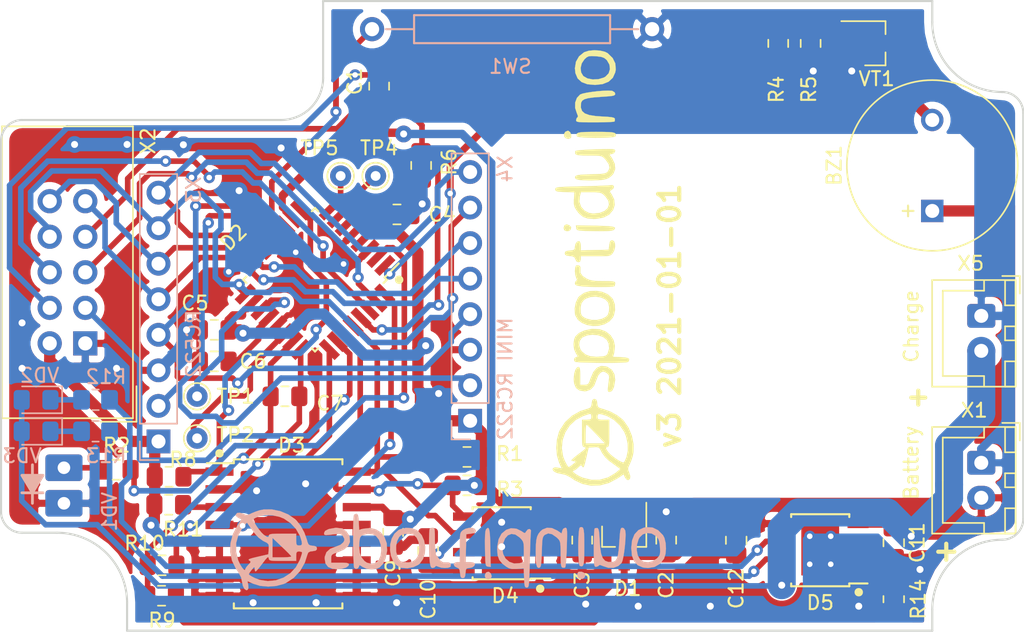
<source format=kicad_pcb>
(kicad_pcb (version 20171130) (host pcbnew 5.1.9-73d0e3b20d~88~ubuntu18.04.1)
  (title_block (title "Sportiduino Base Station") (date 2020-03-23) (rev 3))
  (layers (0 F.Cu signal) (31 B.Cu signal) (34 B.Paste user hide) (35 F.Paste user hide) (36 B.SilkS user) (37 F.SilkS user) (38 B.Mask user hide) (39 F.Mask user hide) (44 Edge.Cuts user))
  (net 0 "")
  (net 1 "Net-(BZ1-Pad2)")
  (net 2 +BATT)
  (net 3 GNDD)
  (net 4 +3V3)
  (net 5 /PB2)
  (net 6 RST)
  (net 7 /PB1)
  (net 8 TX)
  (net 9 RX)
  (net 10 PD6)
  (net 11 /SDA)
  (net 12 /SCL)
  (net 13 "Net-(D2-Pad32)")
  (net 14 "Net-(R2-Pad1)")
  (net 15 "Net-(R4-Pad1)")
  (net 16 "Net-(C1-Pad2)")
  (net 17 "Net-(C6-Pad1)")
  (net 18 ADCEN)
  (net 19 ADCIN)
  (net 20 /BUZ)
  (net 21 /LED)
  (net 22 "Net-(D2-Pad7)")
  (net 23 "Net-(D2-Pad8)")
  (net 24 32K)
  (net 25 "Net-(D2-Pad11)")
  (net 26 PB3)
  (net 27 PB4)
  (net 28 PB5)
  (net 29 "Net-(D2-Pad19)")
  (net 30 "Net-(D2-Pad22)")
  (net 31 ALARM)
  (net 32 PC3)
  (net 33 /PB0)
  (net 34 "Net-(C11-Pad1)")
  (net 35 "Net-(R12-Pad2)")
  (net 36 "Net-(R13-Pad2)")
  (net 37 "Net-(D5-Pad6)")
  (net 38 "Net-(D5-Pad7)")
  (net 39 "Net-(D5-Pad2)")
  (module Package_SO:SOIC-8_3.9x4.9mm_P1.27mm (layer F.Cu) (at 169.285836 97.192849 180)
    (fp_text reference D4 (at -0.25 -3.75) (layer F.SilkS))
    (fp_text value 24LC256T-I/SN)
    (pad 1 smd rect (at -2.7 -1.905 180) (size 1.55 0.6) (layers F.Cu F.Paste F.Mask) (net 3 GNDD))
    (pad 2 smd rect (at -2.7 -0.635 180) (size 1.55 0.6) (layers F.Cu F.Paste F.Mask) (net 3 GNDD))
    (pad 3 smd rect (at -2.7 0.635 180) (size 1.55 0.6) (layers F.Cu F.Paste F.Mask) (net 3 GNDD))
    (pad 4 smd rect (at -2.7 1.905 180) (size 1.55 0.6) (layers F.Cu F.Paste F.Mask) (net 3 GNDD))
    (pad 5 smd rect (at 2.7 1.905 180) (size 1.55 0.6) (layers F.Cu F.Paste F.Mask) (net 11 /SDA))
    (pad 6 smd rect (at 2.7 0.635 180) (size 1.55 0.6) (layers F.Cu F.Paste F.Mask) (net 12 /SCL))
    (pad 7 smd rect (at 2.7 -0.635 180) (size 1.55 0.6) (layers F.Cu F.Paste F.Mask) (net 3 GNDD))
    (pad 8 smd rect (at 2.7 -1.905 180) (size 1.55 0.6) (layers F.Cu F.Paste F.Mask) (net 10 PD6))
  )
  (module Sportiduino:TP4056_SOP-8-PP (layer F.Cu) (at 192.035836 97.692849 180)
    (fp_text reference D5 (at 0 -3.75 180) (layer F.SilkS))
    (fp_text value TP4056)
    (pad 9 smd rect (at 0 0 180) (size 2.7 3.6) (layers F.Cu F.Paste F.Mask) (net 3 GNDD))
    (pad 8 smd rect (at 2.7 -1.905 180) (size 1.5 0.65) (layers F.Cu F.Paste F.Mask) (net 34 "Net-(C11-Pad1)"))
    (pad 7 smd rect (at 2.7 -0.635 180) (size 1.5 0.65) (layers F.Cu F.Paste F.Mask) (net 38 "Net-(D5-Pad7)"))
    (pad 6 smd rect (at 2.7 0.635 180) (size 1.5 0.65) (layers F.Cu F.Paste F.Mask) (net 37 "Net-(D5-Pad6)"))
    (pad 5 smd rect (at 2.7 1.905 180) (size 1.5 0.65) (layers F.Cu F.Paste F.Mask) (net 2 +BATT))
    (pad 4 smd rect (at -2.7 1.905 180) (size 1.5 0.65) (layers F.Cu F.Paste F.Mask) (net 34 "Net-(C11-Pad1)"))
    (pad 3 smd rect (at -2.7 0.635 180) (size 1.5 0.65) (layers F.Cu F.Paste F.Mask) (net 3 GNDD))
    (pad 2 smd rect (at -2.7 -0.635 180) (size 1.5 0.65) (layers F.Cu F.Paste F.Mask) (net 39 "Net-(D5-Pad2)"))
    (pad 1 smd rect (at -2.7 -1.905 180) (size 1.5 0.65) (layers F.Cu F.Paste F.Mask) (net 3 GNDD))
  )
  (module Package_QFP:TQFP-32_7x7mm_P0.8mm (layer F.Cu) (at 155.956 78.362266 225)
    (fp_text reference D2 (at 1.976354 6.254137 225) (layer F.SilkS))
    (fp_text value ATmega328P-AU)
    (pad 1 smd rect (at -4.25 -2.8 225) (size 1.6 0.55) (layers F.Cu F.Paste F.Mask) (net 20 /BUZ))
    (pad 2 smd rect (at -4.25 -2 225) (size 1.6 0.55) (layers F.Cu F.Paste F.Mask) (net 21 /LED))
    (pad 3 smd rect (at -4.25 -1.2 225) (size 1.6 0.55) (layers F.Cu F.Paste F.Mask) (net 3 GNDD))
    (pad 4 smd rect (at -4.25 -0.4 225) (size 1.6 0.55) (layers F.Cu F.Paste F.Mask) (net 4 +3V3))
    (pad 5 smd rect (at -4.25 0.4 225) (size 1.6 0.55) (layers F.Cu F.Paste F.Mask) (net 3 GNDD))
    (pad 6 smd rect (at -4.25 1.2 225) (size 1.6 0.55) (layers F.Cu F.Paste F.Mask) (net 4 +3V3))
    (pad 7 smd rect (at -4.25 2 225) (size 1.6 0.55) (layers F.Cu F.Paste F.Mask) (net 22 "Net-(D2-Pad7)"))
    (pad 8 smd rect (at -4.25 2.8 225) (size 1.6 0.55) (layers F.Cu F.Paste F.Mask) (net 23 "Net-(D2-Pad8)"))
    (pad 9 smd rect (at -2.8 4.25 315) (size 1.6 0.55) (layers F.Cu F.Paste F.Mask) (net 24 32K))
    (pad 10 smd rect (at -2 4.25 315) (size 1.6 0.55) (layers F.Cu F.Paste F.Mask) (net 10 PD6))
    (pad 11 smd rect (at -1.2 4.25 315) (size 1.6 0.55) (layers F.Cu F.Paste F.Mask) (net 25 "Net-(D2-Pad11)"))
    (pad 12 smd rect (at -0.4 4.25 315) (size 1.6 0.55) (layers F.Cu F.Paste F.Mask) (net 33 /PB0))
    (pad 13 smd rect (at 0.4 4.25 315) (size 1.6 0.55) (layers F.Cu F.Paste F.Mask) (net 7 /PB1))
    (pad 14 smd rect (at 1.2 4.25 315) (size 1.6 0.55) (layers F.Cu F.Paste F.Mask) (net 5 /PB2))
    (pad 15 smd rect (at 2 4.25 315) (size 1.6 0.55) (layers F.Cu F.Paste F.Mask) (net 26 PB3))
    (pad 16 smd rect (at 2.8 4.25 315) (size 1.6 0.55) (layers F.Cu F.Paste F.Mask) (net 27 PB4))
    (pad 17 smd rect (at 4.25 2.8 225) (size 1.6 0.55) (layers F.Cu F.Paste F.Mask) (net 28 PB5))
    (pad 18 smd rect (at 4.25 2 225) (size 1.6 0.55) (layers F.Cu F.Paste F.Mask) (net 4 +3V3))
    (pad 19 smd rect (at 4.25 1.2 225) (size 1.6 0.55) (layers F.Cu F.Paste F.Mask) (net 29 "Net-(D2-Pad19)"))
    (pad 20 smd rect (at 4.25 0.4 225) (size 1.6 0.55) (layers F.Cu F.Paste F.Mask) (net 17 "Net-(C6-Pad1)"))
    (pad 21 smd rect (at 4.25 -0.4 225) (size 1.6 0.55) (layers F.Cu F.Paste F.Mask) (net 3 GNDD))
    (pad 22 smd rect (at 4.25 -1.2 225) (size 1.6 0.55) (layers F.Cu F.Paste F.Mask) (net 30 "Net-(D2-Pad22)"))
    (pad 23 smd rect (at 4.25 -2 225) (size 1.6 0.55) (layers F.Cu F.Paste F.Mask) (net 19 ADCIN))
    (pad 24 smd rect (at 4.25 -2.8 225) (size 1.6 0.55) (layers F.Cu F.Paste F.Mask) (net 18 ADCEN))
    (pad 25 smd rect (at 2.8 -4.25 315) (size 1.6 0.55) (layers F.Cu F.Paste F.Mask) (net 31 ALARM))
    (pad 26 smd rect (at 2 -4.25 315) (size 1.6 0.55) (layers F.Cu F.Paste F.Mask) (net 32 PC3))
    (pad 27 smd rect (at 1.2 -4.25 315) (size 1.6 0.55) (layers F.Cu F.Paste F.Mask) (net 11 /SDA))
    (pad 28 smd rect (at 0.4 -4.25 315) (size 1.6 0.55) (layers F.Cu F.Paste F.Mask) (net 12 /SCL))
    (pad 29 smd rect (at -0.4 -4.25 315) (size 1.6 0.55) (layers F.Cu F.Paste F.Mask) (net 6 RST))
    (pad 30 smd rect (at -1.2 -4.25 315) (size 1.6 0.55) (layers F.Cu F.Paste F.Mask) (net 9 RX))
    (pad 31 smd rect (at -2 -4.25 315) (size 1.6 0.55) (layers F.Cu F.Paste F.Mask) (net 8 TX))
    (pad 32 smd rect (at -2.8 -4.25 315) (size 1.6 0.55) (layers F.Cu F.Paste F.Mask) (net 13 "Net-(D2-Pad32)"))
  )
  (module LED_THT:LED_D3.0mm (layer B.Cu) (at 138.026836 94.337849 90)
    (fp_text reference VD1 (at -0.605 3.259 270) (layer B.SilkS) (effects (justify mirror)))
    (fp_text value 3mm)
    (pad 2 thru_hole roundrect (at 2.54 0 90) (size 1.9 2.65) (drill 0.9) (layers *.Cu *.Mask) (roundrect_rratio 0.132) (net 14 "Net-(R2-Pad1)"))
    (pad 1 thru_hole roundrect (at 0 0 90) (size 1.9 2.65) (drill 0.9) (layers *.Cu *.Mask) (roundrect_rratio 0.132) (net 3 GNDD))
  )
  (module Sportiduino:logo (layer B.Cu) (at 165.535836 97.692849)
    (fp_text reference G*** hide)
    (fp_text value LOGO hide)
  )
  (module Connector_JST:JST_XH_B2B-XH-A_1x02_P2.50mm_Vertical (layer F.Cu) (at 203.535836 80.942849 270)
    (fp_text reference X5 (at -3.75 0.75 180) (layer F.SilkS))
    (fp_text value Charge (at 0.75 5 90) (layer F.SilkS))
    (pad 2 thru_hole oval (at 2.5 0 270) (size 1.7 2) (drill 1) (layers *.Cu *.Mask) (net 34 "Net-(C11-Pad1)"))
    (pad 1 thru_hole roundrect (at 0 0 270) (size 1.7 2) (drill 1) (layers *.Cu *.Mask) (roundrect_rratio 0.147059) (net 3 GNDD))
  )
  (module Connector_PinHeader_2.54mm:PinHeader_1x08_P2.54mm_Vertical (layer B.Cu) (at 167.035836 88.442849)
    (fp_text reference X4 (at 2.5 -18 90) (layer B.SilkS) (effects (justify mirror)))
    (fp_text value "MINI RC522" (at 2.5 -3 270) (layer B.SilkS) (effects (justify mirror)))
    (pad 1 thru_hole rect (at 0 0) (size 1.7 1.7) (drill 1) (layers *.Cu *.Mask) (net 4 +3V3))
    (pad 2 thru_hole oval (at 0 -2.54) (size 1.7 1.7) (drill 1) (layers *.Cu *.Mask) (net 7 /PB1))
    (pad 3 thru_hole oval (at 0 -5.08) (size 1.7 1.7) (drill 1) (layers *.Cu *.Mask) (net 3 GNDD))
    (pad 4 thru_hole oval (at 0 -7.62) (size 1.7 1.7) (drill 1) (layers *.Cu *.Mask) (net 33 /PB0))
    (pad 5 thru_hole oval (at 0 -10.16) (size 1.7 1.7) (drill 1) (layers *.Cu *.Mask) (net 27 PB4))
    (pad 6 thru_hole oval (at 0 -12.7) (size 1.7 1.7) (drill 1) (layers *.Cu *.Mask) (net 26 PB3))
    (pad 7 thru_hole oval (at 0 -15.24) (size 1.7 1.7) (drill 1) (layers *.Cu *.Mask) (net 28 PB5))
    (pad 8 thru_hole oval (at 0 -17.78) (size 1.7 1.7) (drill 1) (layers *.Cu *.Mask) (net 5 /PB2))
  )
  (module Sportiduino:SOIC-16W_7.5x10.3mm_P1.27mm (layer F.Cu) (at 154.035836 96.52)
    (fp_text reference D3 (at 0.25 -6.327151) (layer F.SilkS))
    (fp_text value DS3231SN)
    (pad 1 smd rect (at -4.9 -4.445) (size 2 0.6) (layers F.Cu F.Paste F.Mask) (net 24 32K))
    (pad 2 smd rect (at -4.9 -3.175) (size 2 0.6) (layers F.Cu F.Paste F.Mask) (net 3 GNDD))
    (pad 3 smd rect (at -4.9 -1.905) (size 2 0.6) (layers F.Cu F.Paste F.Mask) (net 31 ALARM))
    (pad 4 smd rect (at -4.9 -0.635) (size 2 0.6) (layers F.Cu F.Paste F.Mask) (net 13 "Net-(D2-Pad32)"))
    (pad 5 smd rect (at -4.9 0.635) (size 2 0.6) (layers F.Cu F.Paste F.Mask) (net 3 GNDD))
    (pad 6 smd rect (at -4.9 1.905) (size 2 0.6) (layers F.Cu F.Paste F.Mask) (net 3 GNDD))
    (pad 7 smd rect (at -4.9 3.175) (size 2 0.6) (layers F.Cu F.Paste F.Mask) (net 3 GNDD))
    (pad 8 smd rect (at -4.9 4.445) (size 2 0.6) (layers F.Cu F.Paste F.Mask) (net 3 GNDD))
    (pad 9 smd rect (at 4.9 4.445) (size 2 0.6) (layers F.Cu F.Paste F.Mask) (net 3 GNDD))
    (pad 10 smd rect (at 4.9 3.175) (size 2 0.6) (layers F.Cu F.Paste F.Mask) (net 3 GNDD))
    (pad 11 smd rect (at 4.9 1.905) (size 2 0.6) (layers F.Cu F.Paste F.Mask) (net 3 GNDD))
    (pad 12 smd rect (at 4.9 0.635) (size 2 0.6) (layers F.Cu F.Paste F.Mask) (net 3 GNDD))
    (pad 13 smd rect (at 4.9 -0.635) (size 2 0.6) (layers F.Cu F.Paste F.Mask) (net 3 GNDD))
    (pad 14 smd rect (at 4.9 -1.905) (size 2 0.6) (layers F.Cu F.Paste F.Mask) (net 4 +3V3))
    (pad 15 smd rect (at 4.9 -3.175) (size 2 0.6) (layers F.Cu F.Paste F.Mask) (net 11 /SDA))
    (pad 16 smd rect (at 4.9 -4.445) (size 2 0.6) (layers F.Cu F.Paste F.Mask) (net 12 /SCL))
  )
  (module Button_Switch_THT:SW_reed (layer B.Cu) (at 170.030836 60.452)
    (fp_text reference SW1 (at -0.127 2.667) (layer B.SilkS) (effects (justify mirror)))
    (fp_text value SW_Reed)
    (pad 2 thru_hole circle (at 10 0) (size 1.7272 1.7272) (drill 1.016) (layers *.Cu *.Mask) (net 3 GNDD))
    (pad 1 thru_hole circle (at -10 0) (size 1.7272 1.7272) (drill 1.016) (layers *.Cu *.Mask) (net 25 "Net-(D2-Pad11)"))
  )
  (module Connector_JST:JST_XH_B2B-XH-A_1x02_P2.50mm_Vertical (layer F.Cu) (at 203.535836 91.442849 270)
    (fp_text reference X1 (at -3.75 0.5) (layer F.SilkS))
    (fp_text value Battery (at 0 5 90) (layer F.SilkS))
    (pad 2 thru_hole oval (at 2.5 0 270) (size 1.7 2) (drill 1) (layers *.Cu *.Mask) (net 2 +BATT))
    (pad 1 thru_hole roundrect (at 0 0 270) (size 1.7 2) (drill 1) (layers *.Cu *.Mask) (roundrect_rratio 0.147059) (net 3 GNDD))
  )
  (module Resistor_SMD:R_0805_2012Metric_Pad1.20x1.40mm_HandSolder (layer F.Cu) (at 197.285836 101.192849 90)
    (fp_text reference R14 (at 0 1.75 90) (layer F.SilkS))
    (fp_text value 3K3)
    (pad 2 smd roundrect (at 1 0 90) (size 1.2 1.4) (layers F.Cu F.Paste F.Mask) (roundrect_rratio 0.208333) (net 39 "Net-(D5-Pad2)"))
    (pad 1 smd roundrect (at -1 0 90) (size 1.2 1.4) (layers F.Cu F.Paste F.Mask) (roundrect_rratio 0.208333) (net 3 GNDD))
  )
  (module Capacitor_SMD:C_0805_2012Metric_Pad1.18x1.45mm_HandSolder (layer F.Cu) (at 186.035836 96.980349 270)
    (fp_text reference C12 (at 3.4625 0 90) (layer F.SilkS))
    (fp_text value "10 uF")
    (pad 2 smd roundrect (at 1.0375 0 270) (size 1.175 1.45) (layers F.Cu F.Paste F.Mask) (roundrect_rratio 0.212766) (net 3 GNDD))
    (pad 1 smd roundrect (at -1.0375 0 270) (size 1.175 1.45) (layers F.Cu F.Paste F.Mask) (roundrect_rratio 0.212766) (net 2 +BATT))
  )
  (module Capacitor_SMD:C_0805_2012Metric_Pad1.18x1.45mm_HandSolder (layer F.Cu) (at 197.285836 97.155349 270)
    (fp_text reference C11 (at 0 -1.68 90) (layer F.SilkS))
    (fp_text value "10 uF")
    (pad 2 smd roundrect (at 1.0375 0 270) (size 1.175 1.45) (layers F.Cu F.Paste F.Mask) (roundrect_rratio 0.212766) (net 3 GNDD))
    (pad 1 smd roundrect (at -1.0375 0 270) (size 1.175 1.45) (layers F.Cu F.Paste F.Mask) (roundrect_rratio 0.212766) (net 34 "Net-(C11-Pad1)"))
  )
  (module LED_SMD:LED_0805_2012Metric_Pad1.15x1.40mm_HandSolder (layer B.Cu) (at 136.035836 89.192849 180)
    (fp_text reference VD3 (at 1 -1.75) (layer B.SilkS) (effects (justify mirror)))
    (fp_text value " ")
    (pad 2 smd roundrect (at 1.025 0 180) (size 1.15 1.4) (layers B.Cu B.Paste B.Mask) (roundrect_rratio 0.217391) (net 34 "Net-(C11-Pad1)"))
    (pad 1 smd roundrect (at -1.025 0 180) (size 1.15 1.4) (layers B.Cu B.Paste B.Mask) (roundrect_rratio 0.217391) (net 36 "Net-(R13-Pad2)"))
  )
  (module LED_SMD:LED_0805_2012Metric_Pad1.15x1.40mm_HandSolder (layer B.Cu) (at 136.035836 86.942849 180)
    (fp_text reference VD2 (at -0.249164 1.75) (layer B.SilkS) (effects (justify mirror)))
    (fp_text value " ")
    (pad 2 smd roundrect (at 1.025 0 180) (size 1.15 1.4) (layers B.Cu B.Paste B.Mask) (roundrect_rratio 0.217391) (net 34 "Net-(C11-Pad1)"))
    (pad 1 smd roundrect (at -1.025 0 180) (size 1.15 1.4) (layers B.Cu B.Paste B.Mask) (roundrect_rratio 0.217391) (net 35 "Net-(R12-Pad2)"))
  )
  (module Resistor_SMD:R_0805_2012Metric_Pad1.20x1.40mm_HandSolder (layer B.Cu) (at 140.285836 89.192849 180)
    (fp_text reference R13 (at -0.75 -1.75) (layer B.SilkS) (effects (justify mirror)))
    (fp_text value 1K)
    (pad 2 smd roundrect (at 1 0 180) (size 1.2 1.4) (layers B.Cu B.Paste B.Mask) (roundrect_rratio 0.208333) (net 36 "Net-(R13-Pad2)"))
    (pad 1 smd roundrect (at -1 0 180) (size 1.2 1.4) (layers B.Cu B.Paste B.Mask) (roundrect_rratio 0.208333) (net 38 "Net-(D5-Pad7)"))
  )
  (module Resistor_SMD:R_0805_2012Metric_Pad1.20x1.40mm_HandSolder (layer B.Cu) (at 140.285836 86.942849 180)
    (fp_text reference R12 (at -0.75 1.65) (layer B.SilkS) (effects (justify mirror)))
    (fp_text value 1K)
    (pad 2 smd roundrect (at 1 0 180) (size 1.2 1.4) (layers B.Cu B.Paste B.Mask) (roundrect_rratio 0.208333) (net 35 "Net-(R12-Pad2)"))
    (pad 1 smd roundrect (at -1 0 180) (size 1.2 1.4) (layers B.Cu B.Paste B.Mask) (roundrect_rratio 0.208333) (net 37 "Net-(D5-Pad6)"))
  )
  (module Capacitor_SMD:C_0805_2012Metric_Pad1.15x1.40mm_HandSolder (layer F.Cu) (at 160.536 64.525 90)
    (fp_text reference C1 (at 0.332151 -1.750164 90) (layer F.SilkS))
    (fp_text value "100 nF")
    (pad 2 smd roundrect (at 1.025 0 90) (size 1.15 1.4) (layers F.Cu F.Paste F.Mask) (roundrect_rratio 0.217391) (net 16 "Net-(C1-Pad2)"))
    (pad 1 smd roundrect (at -1.025 0 90) (size 1.15 1.4) (layers F.Cu F.Paste F.Mask) (roundrect_rratio 0.217391) (net 6 RST))
  )
  (module Capacitor_SMD:C_0805_2012Metric_Pad1.15x1.40mm_HandSolder (layer F.Cu) (at 148.760836 84.192849 180)
    (fp_text reference C6 (at -2.775 0) (layer F.SilkS))
    (fp_text value "100 nF")
    (pad 1 smd roundrect (at -1.025 0 180) (size 1.15 1.4) (layers F.Cu F.Paste F.Mask) (roundrect_rratio 0.217391) (net 17 "Net-(C6-Pad1)"))
    (pad 2 smd roundrect (at 1.025 0 180) (size 1.15 1.4) (layers F.Cu F.Paste F.Mask) (roundrect_rratio 0.217391) (net 3 GNDD))
  )
  (module Capacitor_SMD:C_0805_2012Metric_Pad1.15x1.40mm_HandSolder (layer F.Cu) (at 153.810836 86.692849)
    (fp_text reference C7 (at 3.225 0.5) (layer F.SilkS))
    (fp_text value "100 nF")
    (pad 1 smd roundrect (at -1.025 0) (size 1.15 1.4) (layers F.Cu F.Paste F.Mask) (roundrect_rratio 0.217391) (net 19 ADCIN))
    (pad 2 smd roundrect (at 1.025 0) (size 1.15 1.4) (layers F.Cu F.Paste F.Mask) (roundrect_rratio 0.217391) (net 18 ADCEN))
  )
  (module Buzzer_Beeper:MagneticBuzzer_ProSignal_ABT-410-RC (layer F.Cu) (at 200.035836 73.442849 90)
    (fp_text reference BZ1 (at 3.25 -7 270) (layer F.SilkS))
    (fp_text value TR1205Y)
    (fp_text user + (at 0 -1.8 90) (layer F.SilkS))
    (pad 1 thru_hole rect (at 0 0 90) (size 1.6 1.6) (drill 1) (layers *.Cu *.Mask) (net 2 +BATT))
    (pad 2 thru_hole circle (at 6.5 0 90) (size 1.6 1.6) (drill 1) (layers *.Cu *.Mask) (net 1 "Net-(BZ1-Pad2)"))
  )
  (module Capacitor_SMD:C_0805_2012Metric_Pad1.15x1.40mm_HandSolder (layer F.Cu) (at 181.035836 96.967849 90)
    (fp_text reference C2 (at -3.225 0 90) (layer F.SilkS))
    (fp_text value "4.7 uF")
    (pad 1 smd roundrect (at -1.025 0 90) (size 1.15 1.4) (layers F.Cu F.Paste F.Mask) (roundrect_rratio 0.217391) (net 2 +BATT))
    (pad 2 smd roundrect (at 1.025 0 90) (size 1.15 1.4) (layers F.Cu F.Paste F.Mask) (roundrect_rratio 0.217391) (net 3 GNDD))
  )
  (module Capacitor_SMD:C_0805_2012Metric_Pad1.15x1.40mm_HandSolder (layer F.Cu) (at 175.035836 96.967849 270)
    (fp_text reference C3 (at 3.225 0 270) (layer F.SilkS))
    (fp_text value "4.7 uF")
    (pad 2 smd roundrect (at 1.025 0 270) (size 1.15 1.4) (layers F.Cu F.Paste F.Mask) (roundrect_rratio 0.217391) (net 3 GNDD))
    (pad 1 smd roundrect (at -1.025 0 270) (size 1.15 1.4) (layers F.Cu F.Paste F.Mask) (roundrect_rratio 0.217391) (net 4 +3V3))
  )
  (module Capacitor_SMD:C_0805_2012Metric_Pad1.15x1.40mm_HandSolder (layer F.Cu) (at 161.810836 73.692849)
    (fp_text reference C4 (at 3.225 0 -180) (layer F.SilkS))
    (fp_text value "100 nF")
    (pad 1 smd roundrect (at -1.025 0) (size 1.15 1.4) (layers F.Cu F.Paste F.Mask) (roundrect_rratio 0.217391) (net 4 +3V3))
    (pad 2 smd roundrect (at 1.025 0) (size 1.15 1.4) (layers F.Cu F.Paste F.Mask) (roundrect_rratio 0.217391) (net 3 GNDD))
  )
  (module Capacitor_SMD:C_0805_2012Metric_Pad1.15x1.40mm_HandSolder (layer F.Cu) (at 148.760836 81.942849 180)
    (fp_text reference C5 (at 1.374836 1.905) (layer F.SilkS))
    (fp_text value "100 nF")
    (pad 2 smd roundrect (at 1.025 0 180) (size 1.15 1.4) (layers F.Cu F.Paste F.Mask) (roundrect_rratio 0.217391) (net 3 GNDD))
    (pad 1 smd roundrect (at -1.025 0 180) (size 1.15 1.4) (layers F.Cu F.Paste F.Mask) (roundrect_rratio 0.217391) (net 4 +3V3))
  )
  (module Capacitor_SMD:C_0805_2012Metric_Pad1.15x1.40mm_HandSolder (layer F.Cu) (at 161.535836 96.417849 270)
    (fp_text reference C9 (at 2.921 0 270) (layer F.SilkS))
    (fp_text value "100 nF")
    (pad 2 smd roundrect (at 1.025 0 270) (size 1.15 1.4) (layers F.Cu F.Paste F.Mask) (roundrect_rratio 0.217391) (net 3 GNDD))
    (pad 1 smd roundrect (at -1.025 0 270) (size 1.15 1.4) (layers F.Cu F.Paste F.Mask) (roundrect_rratio 0.217391) (net 4 +3V3))
  )
  (module Package_TO_SOT_SMD:SOT-23_Handsoldering (layer F.Cu) (at 178.035836 96.692849 270)
    (fp_text reference D1 (at 3.75 -0.25 180) (layer F.SilkS))
    (fp_text value MCP1700-3302E)
    (pad 1 smd rect (at -1.5 -0.95 270) (size 1.9 0.8) (layers F.Cu F.Paste F.Mask) (net 3 GNDD))
    (pad 2 smd rect (at -1.5 0.95 270) (size 1.9 0.8) (layers F.Cu F.Paste F.Mask) (net 4 +3V3))
    (pad 3 smd rect (at 1.5 0 270) (size 1.9 0.8) (layers F.Cu F.Paste F.Mask) (net 2 +BATT))
  )
  (module Resistor_SMD:R_0805_2012Metric_Pad1.15x1.40mm_HandSolder (layer F.Cu) (at 163.535836 70.192849 90)
    (fp_text reference R6 (at 0.25 2 270) (layer F.SilkS))
    (fp_text value 33K)
    (pad 2 smd roundrect (at 1.025 0 90) (size 1.15 1.4) (layers F.Cu F.Paste F.Mask) (roundrect_rratio 0.217391) (net 6 RST))
    (pad 1 smd roundrect (at -1.025 0 90) (size 1.15 1.4) (layers F.Cu F.Paste F.Mask) (roundrect_rratio 0.217391) (net 4 +3V3))
  )
  (module Resistor_SMD:R_0805_2012Metric_Pad1.15x1.40mm_HandSolder (layer F.Cu) (at 141.760836 91.942849)
    (fp_text reference R2 (at 0.025 -1.75 180) (layer F.SilkS))
    (fp_text value 100)
    (pad 1 smd roundrect (at -1.025 0) (size 1.15 1.4) (layers F.Cu F.Paste F.Mask) (roundrect_rratio 0.217391) (net 14 "Net-(R2-Pad1)"))
    (pad 2 smd roundrect (at 1.025 0) (size 1.15 1.4) (layers F.Cu F.Paste F.Mask) (roundrect_rratio 0.217391) (net 21 /LED))
  )
  (module Resistor_SMD:R_0805_2012Metric_Pad1.15x1.40mm_HandSolder (layer F.Cu) (at 166.810836 91.026 180)
    (fp_text reference R1 (at -3.048 0.230849 180) (layer F.SilkS))
    (fp_text value 10K)
    (pad 2 smd roundrect (at 1.025 0 180) (size 1.15 1.4) (layers F.Cu F.Paste F.Mask) (roundrect_rratio 0.217391) (net 12 /SCL))
    (pad 1 smd roundrect (at -1.025 0 180) (size 1.15 1.4) (layers F.Cu F.Paste F.Mask) (roundrect_rratio 0.217391) (net 4 +3V3))
  )
  (module Resistor_SMD:R_0805_2012Metric_Pad1.15x1.40mm_HandSolder (layer F.Cu) (at 189.035836 61.469849 270)
    (fp_text reference R4 (at 3.293 0.127 90) (layer F.SilkS))
    (fp_text value 3K3)
    (pad 1 smd roundrect (at -1.025 0 270) (size 1.15 1.4) (layers F.Cu F.Paste F.Mask) (roundrect_rratio 0.217391) (net 15 "Net-(R4-Pad1)"))
    (pad 2 smd roundrect (at 1.025 0 270) (size 1.15 1.4) (layers F.Cu F.Paste F.Mask) (roundrect_rratio 0.217391) (net 20 /BUZ))
  )
  (module Resistor_SMD:R_0805_2012Metric_Pad1.15x1.40mm_HandSolder (layer F.Cu) (at 191.350836 61.469849 90)
    (fp_text reference R5 (at -3.293 -0.127 90) (layer F.SilkS))
    (fp_text value 33K)
    (pad 2 smd roundrect (at 1.025 0 90) (size 1.15 1.4) (layers F.Cu F.Paste F.Mask) (roundrect_rratio 0.217391) (net 15 "Net-(R4-Pad1)"))
    (pad 1 smd roundrect (at -1.025 0 90) (size 1.15 1.4) (layers F.Cu F.Paste F.Mask) (roundrect_rratio 0.217391) (net 3 GNDD))
  )
  (module Resistor_SMD:R_0805_2012Metric_Pad1.15x1.40mm_HandSolder (layer F.Cu) (at 166.810836 93.058 180)
    (fp_text reference R3 (at -3.061164 -0.277151 180) (layer F.SilkS))
    (fp_text value 10K)
    (pad 2 smd roundrect (at 1.025 0 180) (size 1.15 1.4) (layers F.Cu F.Paste F.Mask) (roundrect_rratio 0.217391) (net 11 /SDA))
    (pad 1 smd roundrect (at -1.025 0 180) (size 1.15 1.4) (layers F.Cu F.Paste F.Mask) (roundrect_rratio 0.217391) (net 4 +3V3))
  )
  (module Package_TO_SOT_SMD:SOT-23_Handsoldering (layer F.Cu) (at 195.938836 61.460849)
    (fp_text reference VT1 (at 0.127 2.54) (layer F.SilkS))
    (fp_text value BSS138)
    (pad 3 smd rect (at 1.5 0) (size 1.9 0.8) (layers F.Cu F.Paste F.Mask) (net 1 "Net-(BZ1-Pad2)"))
    (pad 2 smd rect (at -1.5 0.95) (size 1.9 0.8) (layers F.Cu F.Paste F.Mask) (net 3 GNDD))
    (pad 1 smd rect (at -1.5 -0.95) (size 1.9 0.8) (layers F.Cu F.Paste F.Mask) (net 15 "Net-(R4-Pad1)"))
  )
  (module Resistor_SMD:R_0805_2012Metric_Pad1.15x1.40mm_HandSolder (layer F.Cu) (at 145.535836 92.442849)
    (fp_text reference R8 (at 1 -1.25 180) (layer F.SilkS))
    (fp_text value 3K3)
    (pad 2 smd roundrect (at 1.025 0) (size 1.15 1.4) (layers F.Cu F.Paste F.Mask) (roundrect_rratio 0.217391) (net 24 32K))
    (pad 1 smd roundrect (at -1.025 0) (size 1.15 1.4) (layers F.Cu F.Paste F.Mask) (roundrect_rratio 0.217391) (net 4 +3V3))
  )
  (module Capacitor_SMD:C_0805_2012Metric_Pad1.15x1.40mm_HandSolder (layer F.Cu) (at 164.035836 97.717849 90)
    (fp_text reference C10 (at -3.475 0 90) (layer F.SilkS))
    (fp_text value "100 nF")
    (pad 2 smd roundrect (at 1.025 0 90) (size 1.15 1.4) (layers F.Cu F.Paste F.Mask) (roundrect_rratio 0.217391) (net 3 GNDD))
    (pad 1 smd roundrect (at -1.025 0 90) (size 1.15 1.4) (layers F.Cu F.Paste F.Mask) (roundrect_rratio 0.217391) (net 10 PD6))
  )
  (module Resistor_SMD:R_0805_2012Metric_Pad1.15x1.40mm_HandSolder (layer F.Cu) (at 144.998836 100.942849)
    (fp_text reference R9 (at 0.031164 1.75) (layer F.SilkS))
    (fp_text value 270K)
    (pad 1 smd roundrect (at -1.025 0) (size 1.15 1.4) (layers F.Cu F.Paste F.Mask) (roundrect_rratio 0.217391) (net 19 ADCIN))
    (pad 2 smd roundrect (at 1.025 0) (size 1.15 1.4) (layers F.Cu F.Paste F.Mask) (roundrect_rratio 0.217391) (net 2 +BATT))
  )
  (module Resistor_SMD:R_0805_2012Metric_Pad1.15x1.40mm_HandSolder (layer F.Cu) (at 145.03 98.77 180)
    (fp_text reference R10 (at 1.244164 1.577151 180) (layer F.SilkS))
    (fp_text value 68K)
    (pad 2 smd roundrect (at 1.025 0 180) (size 1.15 1.4) (layers F.Cu F.Paste F.Mask) (roundrect_rratio 0.217391) (net 19 ADCIN))
    (pad 1 smd roundrect (at -1.025 0 180) (size 1.15 1.4) (layers F.Cu F.Paste F.Mask) (roundrect_rratio 0.217391) (net 18 ADCEN))
  )
  (module Resistor_SMD:R_0805_2012Metric_Pad1.15x1.40mm_HandSolder (layer F.Cu) (at 145.510836 94.442849)
    (fp_text reference R11 (at 1.025 1.75 180) (layer F.SilkS))
    (fp_text value 3K3)
    (pad 2 smd roundrect (at 1.025 0) (size 1.15 1.4) (layers F.Cu F.Paste F.Mask) (roundrect_rratio 0.217391) (net 31 ALARM))
    (pad 1 smd roundrect (at -1.025 0) (size 1.15 1.4) (layers F.Cu F.Paste F.Mask) (roundrect_rratio 0.217391) (net 4 +3V3))
  )
  (module TestPoint:TestPoint_THTPad_D1.5mm_Drill0.7mm (layer F.Cu) (at 147.535836 89.692849 180)
    (fp_text reference TP2 (at -2.75 0.25 180) (layer F.SilkS))
    (fp_text value " ")
    (pad 1 thru_hole circle (at 0 0 180) (size 1.5 1.5) (drill 0.7) (layers *.Cu *.Mask) (net 30 "Net-(D2-Pad22)"))
  )
  (module TestPoint:TestPoint_THTPad_D1.5mm_Drill0.7mm (layer F.Cu) (at 160.285836 70.942849 180)
    (fp_text reference TP4 (at -0.25 2 180) (layer F.SilkS))
    (fp_text value " ")
    (pad 1 thru_hole circle (at 0 0 180) (size 1.5 1.5) (drill 0.7) (layers *.Cu *.Mask) (net 22 "Net-(D2-Pad7)"))
  )
  (module TestPoint:TestPoint_THTPad_D1.5mm_Drill0.7mm (layer F.Cu) (at 157.785836 70.942849 180)
    (fp_text reference TP5 (at 1.5 2 180) (layer F.SilkS))
    (fp_text value " ")
    (pad 1 thru_hole circle (at 0 0 180) (size 1.5 1.5) (drill 0.7) (layers *.Cu *.Mask) (net 23 "Net-(D2-Pad8)"))
  )
  (module Connector_PinHeader_2.54mm:PinHeader_1x08_P2.54mm_Vertical (layer B.Cu) (at 144.78 89.916)
    (fp_text reference X3 (at 2.505836 -17.973151 90) (layer B.SilkS) (effects (justify mirror)))
    (fp_text value RC522 (at 2.505836 -6.973151 90) (layer B.SilkS) (effects (justify mirror)))
    (pad 1 thru_hole rect (at 0 0) (size 1.7 1.7) (drill 1) (layers *.Cu *.Mask) (net 4 +3V3))
    (pad 2 thru_hole oval (at 0 -2.54) (size 1.7 1.7) (drill 1) (layers *.Cu *.Mask) (net 7 /PB1))
    (pad 3 thru_hole oval (at 0 -5.08) (size 1.7 1.7) (drill 1) (layers *.Cu *.Mask) (net 3 GNDD))
    (pad 4 thru_hole oval (at 0 -7.62) (size 1.7 1.7) (drill 1) (layers *.Cu *.Mask) (net 33 /PB0))
    (pad 5 thru_hole oval (at 0 -10.16) (size 1.7 1.7) (drill 1) (layers *.Cu *.Mask) (net 27 PB4))
    (pad 6 thru_hole oval (at 0 -12.7) (size 1.7 1.7) (drill 1) (layers *.Cu *.Mask) (net 26 PB3))
    (pad 7 thru_hole oval (at 0 -15.24) (size 1.7 1.7) (drill 1) (layers *.Cu *.Mask) (net 28 PB5))
    (pad 8 thru_hole oval (at 0 -17.78) (size 1.7 1.7) (drill 1) (layers *.Cu *.Mask) (net 5 /PB2))
  )
  (module TestPoint:TestPoint_THTPad_D1.5mm_Drill0.7mm (layer F.Cu) (at 147.535836 86.692849 180)
    (fp_text reference TP1 (at -2.75 0 180) (layer F.SilkS))
    (fp_text value " ")
    (pad 1 thru_hole circle (at 0 0 180) (size 1.5 1.5) (drill 0.7) (layers *.Cu *.Mask) (net 29 "Net-(D2-Pad19)"))
  )
  (module Connector_IDC:IDC-Header_2x05_P2.54mm_Vertical (layer F.Cu) (at 139.550836 82.907849 180)
    (fp_text reference X2 (at -4.485 14.465 270) (layer F.SilkS))
    (fp_text value Prog)
    (pad 1 thru_hole rect (at 0 0 180) (size 1.7272 1.7272) (drill 1.016) (layers *.Cu *.Mask) (net 3 GNDD))
    (pad 2 thru_hole oval (at 2.54 0 180) (size 1.7272 1.7272) (drill 1.016) (layers *.Cu *.Mask) (net 4 +3V3))
    (pad 3 thru_hole oval (at 0 2.54 180) (size 1.7272 1.7272) (drill 1.016) (layers *.Cu *.Mask) (net 32 PC3))
    (pad 4 thru_hole oval (at 2.54 2.54 180) (size 1.7272 1.7272) (drill 1.016) (layers *.Cu *.Mask) (net 16 "Net-(C1-Pad2)"))
    (pad 5 thru_hole oval (at 0 5.08 180) (size 1.7272 1.7272) (drill 1.016) (layers *.Cu *.Mask) (net 8 TX))
    (pad 6 thru_hole oval (at 2.54 5.08 180) (size 1.7272 1.7272) (drill 1.016) (layers *.Cu *.Mask) (net 9 RX))
    (pad 7 thru_hole oval (at 0 7.62 180) (size 1.7272 1.7272) (drill 1.016) (layers *.Cu *.Mask) (net 6 RST))
    (pad 8 thru_hole oval (at 2.54 7.62 180) (size 1.7272 1.7272) (drill 1.016) (layers *.Cu *.Mask) (net 28 PB5))
    (pad 9 thru_hole oval (at 0 10.16 180) (size 1.7272 1.7272) (drill 1.016) (layers *.Cu *.Mask) (net 27 PB4))
    (pad 10 thru_hole oval (at 2.54 10.16 180) (size 1.7272 1.7272) (drill 1.016) (layers *.Cu *.Mask) (net 26 PB3))
  )
  (module Sportiduino:logo (layer F.Cu) (at 175.785836 77.442849 90)
    (fp_text reference G*** hide)
    (fp_text value LOGO hide)
  )
  (gr_text + (at 199.035836 86.692849) (layer F.SilkS) (effects (font (size 1.3 1.3) (thickness 0.3))))
  (gr_text + (at 201.035836 97.692849) (layer F.SilkS) (effects (font (size 1.5 1.5) (thickness 0.3))))
  (gr_arc (start 135.035836 68.442849) (end 135.035836 66.942849) (angle -90) (layer Edge.Cuts) (width 0.15))
  (gr_arc (start 135.035836 94.942849) (end 133.535836 94.942849) (angle -90) (layer Edge.Cuts) (width 0.15))
  (gr_arc (start 205.035836 95.442849) (end 205.035836 96.942849) (angle -90) (layer Edge.Cuts) (width 0.15))
  (gr_arc (start 205.035836 66.442849) (end 206.535836 66.442849) (angle -90) (layer Edge.Cuts) (width 0.15))
  (gr_line (start 200.035836 103.442849) (end 200.035836 101.942849) (layer Edge.Cuts) (width 0.15))
  (gr_line (start 200.035836 58.442849) (end 200.035836 59.942849) (layer Edge.Cuts) (width 0.15))
  (gr_arc (start 205.035836 59.942849) (end 200.035836 59.942849) (angle -90) (layer Edge.Cuts) (width 0.15))
  (gr_text "v3 2021-01-01" (at 181.285836 80.942849 90) (layer F.SilkS) (effects (font (size 1.5 1.5) (thickness 0.3))))
  (gr_arc (start 205.035836 101.942849) (end 205.035836 96.942849) (angle -90) (layer Edge.Cuts) (width 0.15))
  (gr_line (start 156.535836 63.942849) (end 156.535836 58.442849) (layer Edge.Cuts) (width 0.15))
  (gr_arc (start 153.535836 63.942849) (end 153.520836 66.942849) (angle -90.28647651) (layer Edge.Cuts) (width 0.15))
  (gr_line (start 137.535836 96.442849) (end 135.035836 96.442849) (layer Edge.Cuts) (width 0.15))
  (gr_line (start 142.535836 103.442849) (end 142.535836 101.442849) (layer Edge.Cuts) (width 0.15))
  (gr_arc (start 137.535836 101.442849) (end 142.535836 101.442849) (angle -90) (layer Edge.Cuts) (width 0.15))
  (gr_line (start 153.520836 66.942849) (end 135.035836 66.942849) (layer Edge.Cuts) (width 0.15))
  (gr_line (start 156.535836 58.442849) (end 200.035836 58.442849) (layer Edge.Cuts) (width 0.15))
  (gr_line (start 142.535836 103.442849) (end 200.035836 103.442849) (layer Edge.Cuts) (width 0.15))
  (gr_line (start 206.535836 95.442849) (end 206.535836 66.442849) (layer Edge.Cuts) (width 0.15))
  (gr_line (start 133.535836 68.442849) (end 133.535836 94.942849) (layer Edge.Cuts) (width 0.15))
  (segment (start 197.438836 64.345849) (end 200.035836 66.942849) (width 0.8) (layer F.Cu) (net 1))
  (segment (start 197.438836 61.460849) (end 197.438836 64.345849) (width 0.8) (layer F.Cu) (net 1))
  (segment (start 203.729356 93.942849) (end 203.535836 93.942849) (width 0.8) (layer F.Cu) (net 2))
  (segment (start 203.073346 94.405339) (end 203.535836 93.942849) (width 0.8) (layer F.Cu) (net 2))
  (segment (start 189.028346 94.405339) (end 189.248326 94.405339) (width 0.8) (layer F.Cu) (net 2))
  (segment (start 189.335836 94.492849) (end 189.248326 94.405339) (width 0.8) (layer F.Cu) (net 2))
  (segment (start 200.035836 73.442849) (end 204.785836 73.442849) (width 0.8) (layer F.Cu) (net 2))
  (segment (start 184.535836 95.942849) (end 186.035836 95.942849) (width 0.4) (layer F.Cu) (net 2))
  (segment (start 186.035836 95.942849) (end 183.785836 95.942849) (width 0.4) (layer F.Cu) (net 2))
  (segment (start 178.235836 97.992849) (end 178.035836 98.192849) (width 0.8) (layer F.Cu) (net 2))
  (segment (start 181.035836 97.992849) (end 178.235836 97.992849) (width 0.8) (layer F.Cu) (net 2))
  (segment (start 181.735836 97.992849) (end 183.785836 95.942849) (width 0.8) (layer F.Cu) (net 2))
  (segment (start 181.035836 97.992849) (end 181.735836 97.992849) (width 0.8) (layer F.Cu) (net 2))
  (segment (start 146.023836 100.942849) (end 146.023836 101.642849) (width 0.4) (layer F.Cu) (net 2))
  (segment (start 178.035836 98.192849) (end 178.035836 100.644851) (width 0.5) (layer F.Cu) (net 2))
  (segment (start 178.035836 100.644851) (end 175.862848 102.817839) (width 0.5) (layer F.Cu) (net 2))
  (segment (start 146.023836 102.230849) (end 146.610826 102.817839) (width 0.5) (layer F.Cu) (net 2))
  (segment (start 146.023836 100.942849) (end 146.023836 102.230849) (width 0.5) (layer F.Cu) (net 2))
  (segment (start 146.610826 102.817839) (end 175.862848 102.817839) (width 0.5) (layer F.Cu) (net 2))
  (via (at 191.285836 98.692849) (size 0.8) (drill 0.4) (layers F.Cu B.Cu) (net 3))
  (via (at 192.785836 98.692849) (size 0.8) (drill 0.4) (layers F.Cu B.Cu) (net 3))
  (via (at 192.785836 96.692849) (size 0.8) (drill 0.4) (layers F.Cu B.Cu) (net 3))
  (via (at 191.285836 96.692849) (size 0.8) (drill 0.4) (layers F.Cu B.Cu) (net 3))
  (segment (start 149.135836 97.155) (end 149.135836 100.965) (width 0.4) (layer F.Cu) (net 3))
  (segment (start 147.735836 81.942849) (end 147.735836 84.192849) (width 0.4) (layer F.Cu) (net 3))
  (via (at 194.285836 63.442849) (size 1.2) (drill 0.5) (layers F.Cu B.Cu) (net 3))
  (segment (start 194.438836 62.410849) (end 194.438836 63.289849) (width 0.8) (layer F.Cu) (net 3))
  (segment (start 194.438836 63.289849) (end 194.285836 63.442849) (width 0.8) (layer F.Cu) (net 3))
  (segment (start 191.350836 62.494849) (end 191.350836 63.257849) (width 0.8) (layer F.Cu) (net 3))
  (via (at 191.535836 63.442849) (size 1.2) (drill 0.5) (layers F.Cu B.Cu) (net 3))
  (segment (start 191.350836 63.257849) (end 191.535836 63.442849) (width 0.8) (layer F.Cu) (net 3))
  (segment (start 193.150836 97.057849) (end 192.785836 96.692849) (width 0.5) (layer F.Cu) (net 3))
  (segment (start 194.735836 97.057849) (end 193.150836 97.057849) (width 0.5) (layer F.Cu) (net 3))
  (segment (start 193.690836 99.597849) (end 192.785836 98.692849) (width 0.5) (layer F.Cu) (net 3))
  (segment (start 194.735836 99.597849) (end 193.690836 99.597849) (width 0.5) (layer F.Cu) (net 3))
  (via (at 169.285836 95.692849) (size 1.2) (drill 0.5) (layers F.Cu B.Cu) (net 3))
  (via (at 169.285836 97.442849) (size 1.2) (drill 0.5) (layers F.Cu B.Cu) (net 3))
  (segment (start 186.035836 98.017849) (end 186.035836 99.442849) (width 0.4) (layer F.Cu) (net 3))
  (segment (start 199.160836 99.067849) (end 199.285836 99.192849) (width 0.6) (layer F.Cu) (net 3))
  (via (at 199.160836 99.067849) (size 1.2) (drill 0.5) (layers F.Cu B.Cu) (net 3))
  (segment (start 161.535836 97.442849) (end 162.285836 97.442849) (width 0.6) (layer F.Cu) (net 3))
  (segment (start 162.285836 97.442849) (end 162.785836 96.942849) (width 0.6) (layer F.Cu) (net 3))
  (segment (start 163.311838 96.942849) (end 162.785836 96.942849) (width 0.6) (layer F.Cu) (net 3))
  (segment (start 163.561838 96.692849) (end 163.311838 96.942849) (width 0.6) (layer F.Cu) (net 3))
  (segment (start 164.035836 96.692849) (end 163.561838 96.692849) (width 0.6) (layer F.Cu) (net 3))
  (segment (start 171.985836 95.287849) (end 171.985836 96.557849) (width 0.6) (layer F.Cu) (net 3))
  (segment (start 171.985836 96.557849) (end 171.985836 99.097849) (width 0.6) (layer F.Cu) (net 3))
  (segment (start 158.935836 95.885) (end 158.935836 100.965) (width 0.6) (layer F.Cu) (net 3))
  (via (at 179.035836 101.692849) (size 1.2) (drill 0.5) (layers F.Cu B.Cu) (net 3))
  (via (at 175.285836 101.542849) (size 1.2) (drill 0.5) (layers F.Cu B.Cu) (net 3))
  (via (at 161.785836 101.442849) (size 1.2) (drill 0.5) (layers F.Cu B.Cu) (net 3))
  (via (at 151.535836 101.442849) (size 1.2) (drill 0.5) (layers F.Cu B.Cu) (net 3))
  (via (at 156.035836 101.442849) (size 1.2) (drill 0.5) (layers F.Cu B.Cu) (net 3))
  (via (at 163.610845 72.942849) (size 1.2) (drill 0.5) (layers F.Cu B.Cu) (net 3))
  (segment (start 162.835836 73.692849) (end 162.860845 73.692849) (width 0.8) (layer F.Cu) (net 3))
  (segment (start 162.860845 73.692849) (end 163.610845 72.942849) (width 0.8) (layer F.Cu) (net 3))
  (segment (start 147.735836 81.942849) (end 147.535836 81.942849) (width 0.6) (layer F.Cu) (net 3))
  (via (at 146.785836 81.942849) (size 1.2) (drill 0.5) (layers F.Cu B.Cu) (net 3))
  (segment (start 146.785836 82.692849) (end 146.785836 82.830164) (width 0.8) (layer B.Cu) (net 3))
  (segment (start 146.785836 82.830164) (end 146.785836 81.942849) (width 0.8) (layer B.Cu) (net 3))
  (segment (start 144.78 84.836) (end 146.785836 82.830164) (width 0.8) (layer B.Cu) (net 3))
  (segment (start 154.671837 76.490165) (end 154.580179 76.398506) (width 0.4) (layer F.Cu) (net 3))
  (segment (start 154.671837 80.411751) (end 154.671837 76.490165) (width 0.4) (layer F.Cu) (net 3))
  (segment (start 154.203837 80.879751) (end 154.671837 80.411751) (width 0.4) (layer F.Cu) (net 3))
  (segment (start 153.233639 81.650313) (end 154.004201 80.879751) (width 0.4) (layer F.Cu) (net 3))
  (segment (start 154.004201 80.879751) (end 154.203837 80.879751) (width 0.4) (layer F.Cu) (net 3))
  (via (at 157.994844 77.233841) (size 0.8) (drill 0.4) (layers F.Cu B.Cu) (net 3))
  (segment (start 159.809732 76.20559) (end 158.781481 77.233841) (width 0.4) (layer F.Cu) (net 3))
  (segment (start 158.781481 77.233841) (end 157.994844 77.233841) (width 0.4) (layer F.Cu) (net 3))
  (segment (start 154.580179 76.398506) (end 154.52516 76.343488) (width 0.4) (layer F.Cu) (net 3))
  (via (at 150.535836 71.992839) (size 1.2) (drill 0.5) (layers F.Cu B.Cu) (net 3))
  (segment (start 150.535836 72.354163) (end 150.535836 71.992839) (width 0.8) (layer B.Cu) (net 3))
  (via (at 153.535836 68.942849) (size 1.2) (drill 0.5) (layers F.Cu B.Cu) (net 3))
  (segment (start 150.535836 71.992839) (end 150.535836 71.942849) (width 0.8) (layer F.Cu) (net 3))
  (via (at 142.535836 68.692849) (size 1.2) (drill 0.5) (layers F.Cu B.Cu) (net 3))
  (via (at 141.785836 84.692849) (size 1.2) (drill 0.5) (layers F.Cu B.Cu) (net 3))
  (via (at 135.035836 84.692849) (size 1.2) (drill 0.5) (layers F.Cu B.Cu) (net 3))
  (via (at 154.580179 76.398506) (size 0.8) (drill 0.4) (layers F.Cu B.Cu) (net 3))
  (via (at 149.795129 77.792849) (size 0.8) (drill 0.4) (layers F.Cu B.Cu) (net 3))
  (segment (start 147.735836 81.942849) (end 147.735836 79.852142) (width 0.4) (layer F.Cu) (net 3))
  (segment (start 147.735836 79.852142) (end 149.795129 77.792849) (width 0.4) (layer F.Cu) (net 3))
  (segment (start 149.795129 77.792849) (end 150.535836 77.052142) (width 0.4) (layer B.Cu) (net 3))
  (via (at 156.035836 101.442849) (size 1.2) (drill 0.5) (layers F.Cu B.Cu) (net 3))
  (via (at 155.285836 92.942849) (size 1.2) (drill 0.5) (layers F.Cu B.Cu) (net 3))
  (via (at 151.785836 93.442849) (size 1.2) (drill 0.5) (layers F.Cu B.Cu) (net 3))
  (segment (start 155.285836 92.942849) (end 153.785836 92.942849) (width 0.4) (layer B.Cu) (net 3))
  (segment (start 153.785836 92.942849) (end 152.785836 93.942849) (width 0.4) (layer B.Cu) (net 3))
  (via (at 164.785836 86.492859) (size 1.2) (drill 0.5) (layers F.Cu B.Cu) (net 3))
  (via (at 146.555618 68.712631) (size 1.2) (drill 0.5) (layers F.Cu B.Cu) (net 3))
  (segment (start 142.535836 68.692849) (end 146.535836 68.692849) (width 0.8) (layer B.Cu) (net 3))
  (segment (start 146.535836 68.692849) (end 146.555618 68.712631) (width 0.8) (layer B.Cu) (net 3))
  (segment (start 179.735836 95.942849) (end 178.985836 95.192849) (width 0.8) (layer F.Cu) (net 3))
  (segment (start 181.035836 95.942849) (end 179.735836 95.942849) (width 0.8) (layer F.Cu) (net 3))
  (via (at 181.035836 94.942849) (size 1.2) (drill 0.5) (layers F.Cu B.Cu) (net 3))
  (segment (start 181.035836 95.942849) (end 181.035836 94.942849) (width 0.5) (layer F.Cu) (net 3))
  (via (at 184.185836 101.692849) (size 1.2) (drill 0.5) (layers F.Cu B.Cu) (net 3))
  (via (at 194.785836 101.692849) (size 1.2) (drill 0.5) (layers F.Cu B.Cu) (net 3))
  (segment (start 205.285836 80.942849) (end 203.535836 80.942849) (width 0.6) (layer B.Cu) (net 3))
  (segment (start 205.285836 88.692849) (end 205.285836 80.942849) (width 0.6) (layer B.Cu) (net 3))
  (segment (start 203.535836 91.442849) (end 203.535836 90.442849) (width 0.6) (layer B.Cu) (net 3))
  (segment (start 203.535836 90.442849) (end 205.285836 88.692849) (width 0.6) (layer B.Cu) (net 3))
  (segment (start 196.150836 97.057849) (end 197.285836 98.192849) (width 0.6) (layer F.Cu) (net 3))
  (segment (start 194.735836 97.057849) (end 196.150836 97.057849) (width 0.6) (layer F.Cu) (net 3))
  (via (at 138.785836 68.692849) (size 1.2) (drill 0.5) (layers F.Cu B.Cu) (net 3))
  (via (at 135.035836 81.442849) (size 1.2) (drill 0.5) (layers F.Cu B.Cu) (net 3))
  (segment (start 159.244047 75.639905) (end 159.27878 75.639905) (width 0.4) (layer F.Cu) (net 4))
  (segment (start 149.785836 81.942849) (end 149.811838 81.942849) (width 0.8) (layer F.Cu) (net 4))
  (segment (start 150.842118 80.647721) (end 150.842118 80.912569) (width 0.4) (layer F.Cu) (net 4))
  (segment (start 151.536583 79.953256) (end 150.842118 80.647721) (width 0.4) (layer F.Cu) (net 4))
  (segment (start 149.785836 81.942849) (end 149.785836 81.242849) (width 0.6) (layer F.Cu) (net 4))
  (segment (start 150.116116 80.912569) (end 150.742118 80.912569) (width 0.6) (layer F.Cu) (net 4))
  (segment (start 149.785836 81.242849) (end 150.116116 80.912569) (width 0.6) (layer F.Cu) (net 4))
  (segment (start 160.785836 73.442849) (end 160.785836 74.098116) (width 0.4) (layer F.Cu) (net 4))
  (segment (start 160.785836 73.442849) (end 159.178361 73.442849) (width 0.4) (layer F.Cu) (net 4))
  (segment (start 144.018987 89.916) (end 144.78 89.916) (width 0.4) (layer F.Cu) (net 4))
  (segment (start 167.835836 91.026) (end 167.835836 93.058) (width 0.8) (layer F.Cu) (net 4))
  (segment (start 144.510836 94.417849) (end 144.485836 94.442849) (width 0.8) (layer F.Cu) (net 4))
  (segment (start 144.510836 92.442849) (end 144.510836 94.417849) (width 0.8) (layer F.Cu) (net 4))
  (segment (start 144.510836 90.185164) (end 144.78 89.916) (width 0.8) (layer F.Cu) (net 4))
  (segment (start 144.510836 92.442849) (end 144.510836 90.185164) (width 0.8) (layer F.Cu) (net 4))
  (segment (start 142.797673 89.916) (end 144.78 89.916) (width 0.8) (layer F.Cu) (net 4))
  (segment (start 137.010836 84.129163) (end 142.797673 89.916) (width 0.8) (layer F.Cu) (net 4))
  (segment (start 137.010836 82.907849) (end 137.010836 84.129163) (width 0.8) (layer F.Cu) (net 4))
  (segment (start 167.835836 89.242849) (end 167.035836 88.442849) (width 0.8) (layer F.Cu) (net 4))
  (segment (start 167.835836 91.026) (end 167.835836 89.242849) (width 0.8) (layer F.Cu) (net 4))
  (via (at 167.335836 93.058) (size 1.2) (drill 0.5) (layers F.Cu B.Cu) (net 4))
  (segment (start 160.757987 94.615) (end 161.535836 95.392849) (width 0.5) (layer F.Cu) (net 4))
  (segment (start 158.935836 94.615) (end 160.757987 94.615) (width 0.5) (layer F.Cu) (net 4))
  (segment (start 165.420685 93.058) (end 162.883018 95.595667) (width 0.8) (layer B.Cu) (net 4))
  (segment (start 167.335836 93.058) (end 165.420685 93.058) (width 0.8) (layer B.Cu) (net 4))
  (segment (start 161.535836 95.392849) (end 162.6802 95.392849) (width 0.8) (layer F.Cu) (net 4))
  (segment (start 162.760836 71.217849) (end 160.785836 73.192849) (width 0.4) (layer F.Cu) (net 4))
  (segment (start 163.535836 71.217849) (end 162.760836 71.217849) (width 0.4) (layer F.Cu) (net 4))
  (via (at 144.246621 95.903634) (size 1.2) (drill 0.5) (layers F.Cu B.Cu) (net 4))
  (segment (start 144.246621 96.031636) (end 144.246621 95.903634) (width 0.8) (layer B.Cu) (net 4))
  (segment (start 145.257835 97.04285) (end 144.246621 96.031636) (width 0.8) (layer B.Cu) (net 4))
  (segment (start 162.883018 95.595667) (end 161.435835 97.04285) (width 0.8) (layer B.Cu) (net 4))
  (segment (start 161.435835 97.04285) (end 145.257835 97.04285) (width 0.8) (layer B.Cu) (net 4))
  (segment (start 144.485836 95.664419) (end 144.246621 95.903634) (width 0.8) (layer F.Cu) (net 4))
  (segment (start 144.485836 94.442849) (end 144.485836 95.664419) (width 0.8) (layer F.Cu) (net 4))
  (via (at 150.814345 82.183705) (size 1.2) (drill 0.5) (layers F.Cu B.Cu) (net 4))
  (segment (start 149.785836 81.942849) (end 150.573489 81.942849) (width 0.8) (layer F.Cu) (net 4))
  (segment (start 150.573489 81.942849) (end 150.814345 82.183705) (width 0.8) (layer F.Cu) (net 4))
  (segment (start 163.185846 83.748542) (end 163.859749 83.074639) (width 0.8) (layer B.Cu) (net 4))
  (via (at 163.859749 83.074639) (size 1.2) (drill 0.5) (layers F.Cu B.Cu) (net 4))
  (segment (start 159.496579 83.748542) (end 163.185846 83.748542) (width 0.8) (layer B.Cu) (net 4))
  (segment (start 150.814345 82.183705) (end 154.13993 82.183705) (width 0.8) (layer B.Cu) (net 4))
  (segment (start 156.563837 80.8158) (end 159.496579 83.748542) (width 0.8) (layer B.Cu) (net 4))
  (segment (start 155.507835 80.8158) (end 156.563837 80.8158) (width 0.8) (layer B.Cu) (net 4))
  (segment (start 154.13993 82.183705) (end 155.507835 80.8158) (width 0.8) (layer B.Cu) (net 4))
  (segment (start 163.859749 83.074639) (end 163.436854 83.074639) (width 0.4) (layer F.Cu) (net 4))
  (segment (start 163.436854 83.074639) (end 163.30224 83.209253) (width 0.4) (layer F.Cu) (net 4))
  (segment (start 163.30224 76.409253) (end 163.30224 83.209253) (width 0.8) (layer F.Cu) (net 4))
  (segment (start 163.485835 87.11686) (end 164.811824 88.442849) (width 0.8) (layer F.Cu) (net 4))
  (segment (start 164.811824 88.442849) (end 167.035836 88.442849) (width 0.8) (layer F.Cu) (net 4))
  (segment (start 163.485835 86.374846) (end 163.485835 87.11686) (width 0.8) (layer F.Cu) (net 4))
  (segment (start 163.30224 86.191251) (end 163.485835 86.374846) (width 0.8) (layer F.Cu) (net 4))
  (segment (start 163.30224 83.209253) (end 163.30224 86.191251) (width 0.8) (layer F.Cu) (net 4))
  (via (at 162.758018 95.470667) (size 1.2) (drill 0.5) (layers F.Cu B.Cu) (net 4))
  (segment (start 162.6802 95.392849) (end 162.758018 95.470667) (width 0.8) (layer F.Cu) (net 4))
  (segment (start 160.785836 73.692849) (end 160.785836 73.442849) (width 0.5) (layer F.Cu) (net 4))
  (segment (start 158.857099 73.764111) (end 159.178361 73.442849) (width 0.5) (layer F.Cu) (net 4))
  (segment (start 158.857098 73.764111) (end 158.857099 73.764111) (width 0.5) (layer F.Cu) (net 4))
  (segment (start 158.857098 73.764111) (end 158.112676 74.508534) (width 0.4) (layer F.Cu) (net 4))
  (segment (start 160.535836 73.442849) (end 160.785836 73.692849) (width 0.5) (layer F.Cu) (net 4))
  (segment (start 159.178361 73.442849) (end 160.535836 73.442849) (width 0.5) (layer F.Cu) (net 4))
  (segment (start 160.785836 74.098117) (end 159.98847 74.895483) (width 0.5) (layer F.Cu) (net 4))
  (segment (start 160.785836 73.692849) (end 160.785836 74.098117) (width 0.5) (layer F.Cu) (net 4))
  (segment (start 160.785836 74.098116) (end 159.98847 74.895483) (width 0.4) (layer F.Cu) (net 4))
  (segment (start 159.98847 74.895483) (end 159.244047 75.639905) (width 0.4) (layer F.Cu) (net 4))
  (segment (start 169.380835 94.287848) (end 173.380835 94.287848) (width 0.8) (layer F.Cu) (net 4))
  (segment (start 167.835836 93.058) (end 168.150987 93.058) (width 0.8) (layer F.Cu) (net 4))
  (segment (start 173.380835 94.287848) (end 175.035836 95.942849) (width 0.8) (layer F.Cu) (net 4))
  (segment (start 168.150987 93.058) (end 169.380835 94.287848) (width 0.8) (layer F.Cu) (net 4))
  (segment (start 175.785836 95.192849) (end 175.035836 95.942849) (width 0.8) (layer F.Cu) (net 4))
  (segment (start 177.085836 95.192849) (end 175.785836 95.192849) (width 0.8) (layer F.Cu) (net 4))
  (segment (start 160.785836 73.892849) (end 163.30224 76.409253) (width 0.8) (layer F.Cu) (net 4))
  (segment (start 152.102268 76.20559) (end 151.089527 75.192849) (width 0.4) (layer F.Cu) (net 5))
  (segment (start 146.130001 74.287014) (end 146.130001 73.486001) (width 0.4) (layer F.Cu) (net 5))
  (segment (start 146.130001 73.486001) (end 144.78 72.136) (width 0.4) (layer F.Cu) (net 5))
  (segment (start 147.035836 75.192849) (end 146.130001 74.287014) (width 0.4) (layer F.Cu) (net 5))
  (segment (start 151.089527 75.192849) (end 147.035836 75.192849) (width 0.4) (layer F.Cu) (net 5))
  (segment (start 164.710845 71.760848) (end 164.710846 73.47085) (width 0.4) (layer B.Cu) (net 5))
  (segment (start 165.808844 70.662849) (end 164.710845 71.760848) (width 0.4) (layer B.Cu) (net 5))
  (segment (start 167.035836 70.662849) (end 165.808844 70.662849) (width 0.4) (layer B.Cu) (net 5))
  (segment (start 164.138847 74.04285) (end 164.512342 73.669355) (width 0.4) (layer B.Cu) (net 5))
  (segment (start 164.710846 73.47085) (end 164.512342 73.669355) (width 0.4) (layer B.Cu) (net 5))
  (segment (start 164.512342 73.669355) (end 164.138846 74.04285) (width 0.4) (layer B.Cu) (net 5))
  (segment (start 144.78 72.076791) (end 144.78 72.136) (width 0.4) (layer B.Cu) (net 5))
  (segment (start 147.656719 69.259281) (end 144.78 72.136) (width 0.4) (layer B.Cu) (net 5))
  (segment (start 152.1258 70.04285) (end 151.342232 69.259281) (width 0.4) (layer B.Cu) (net 5))
  (segment (start 153.066609 70.04285) (end 152.1258 70.04285) (width 0.4) (layer B.Cu) (net 5))
  (segment (start 151.342232 69.259281) (end 147.656719 69.259281) (width 0.4) (layer B.Cu) (net 5))
  (segment (start 157.135837 74.04285) (end 159.285836 76.192849) (width 0.4) (layer B.Cu) (net 5))
  (segment (start 164.710845 73.470851) (end 164.710845 71.760848) (width 0.4) (layer B.Cu) (net 5))
  (segment (start 161.988847 76.192849) (end 164.710845 73.470851) (width 0.4) (layer B.Cu) (net 5))
  (segment (start 159.285836 76.192849) (end 161.988847 76.192849) (width 0.4) (layer B.Cu) (net 5))
  (segment (start 157.066609 74.04285) (end 153.066609 70.04285) (width 0.4) (layer B.Cu) (net 5))
  (segment (start 157.135837 74.04285) (end 157.066609 74.04285) (width 0.4) (layer B.Cu) (net 5))
  (segment (start 159.938512 81.779092) (end 159.244047 81.084627) (width 0.4) (layer F.Cu) (net 6))
  (segment (start 163.597354 67.327171) (end 163.597354 69.106331) (width 0.4) (layer F.Cu) (net 6))
  (segment (start 163.597354 69.106331) (end 163.535836 69.167849) (width 0.4) (layer F.Cu) (net 6))
  (segment (start 161.820183 65.55) (end 163.597354 67.327171) (width 0.4) (layer F.Cu) (net 6))
  (segment (start 160.536 65.55) (end 161.820183 65.55) (width 0.4) (layer F.Cu) (net 6))
  (segment (start 164.735846 71.735847) (end 164.710845 71.760848) (width 0.4) (layer F.Cu) (net 6))
  (segment (start 164.735846 70.367859) (end 164.735846 71.735847) (width 0.4) (layer F.Cu) (net 6))
  (segment (start 163.535836 69.167849) (end 164.735846 70.367859) (width 0.4) (layer F.Cu) (net 6))
  (via (at 160.735568 81.942849) (size 0.8) (drill 0.4) (layers F.Cu B.Cu) (net 6))
  (segment (start 160.102269 81.942849) (end 159.244047 81.084627) (width 0.4) (layer F.Cu) (net 6))
  (segment (start 160.735568 81.942849) (end 160.102269 81.942849) (width 0.4) (layer F.Cu) (net 6))
  (via (at 164.785835 80.165142) (size 0.8) (drill 0.4) (layers F.Cu B.Cu) (net 6))
  (segment (start 164.710845 71.760848) (end 164.710845 80.090152) (width 0.4) (layer F.Cu) (net 6))
  (segment (start 164.710845 80.090152) (end 164.785835 80.165142) (width 0.4) (layer F.Cu) (net 6))
  (segment (start 164.151282 80.165142) (end 162.373575 81.942849) (width 0.4) (layer B.Cu) (net 6))
  (segment (start 162.373575 81.942849) (end 160.735568 81.942849) (width 0.4) (layer B.Cu) (net 6))
  (segment (start 164.785835 80.165142) (end 164.151282 80.165142) (width 0.4) (layer B.Cu) (net 6))
  (segment (start 155.328823 67.567859) (end 157.518141 67.567859) (width 0.4) (layer F.Cu) (net 6))
  (segment (start 159.536 65.55) (end 160.536 65.55) (width 0.4) (layer F.Cu) (net 6))
  (segment (start 157.518141 67.567859) (end 159.536 65.55) (width 0.4) (layer F.Cu) (net 6))
  (segment (start 142.579989 72.258696) (end 139.550836 75.287849) (width 0.4) (layer F.Cu) (net 6))
  (segment (start 142.579989 71.132625) (end 142.579989 72.258696) (width 0.4) (layer F.Cu) (net 6))
  (segment (start 157.518141 67.567859) (end 146.144755 67.567859) (width 0.4) (layer F.Cu) (net 6))
  (segment (start 146.144755 67.567859) (end 142.579989 71.132625) (width 0.4) (layer F.Cu) (net 6))
  (segment (start 144.78 87.376) (end 146.253151 85.902849) (width 0.4) (layer B.Cu) (net 7))
  (segment (start 152.667953 75.639905) (end 150.820897 73.792849) (width 0.4) (layer F.Cu) (net 7))
  (segment (start 144.78 86.834002) (end 144.78 87.376) (width 0.4) (layer B.Cu) (net 7))
  (via (at 148.337245 74.292849) (size 0.8) (drill 0.4) (layers F.Cu B.Cu) (net 7))
  (segment (start 148.337245 74.292849) (end 148.137255 74.492839) (width 0.4) (layer B.Cu) (net 7))
  (segment (start 147.885837 80.180126) (end 147.885837 84.270163) (width 0.4) (layer B.Cu) (net 7))
  (segment (start 147.885837 84.270163) (end 144.78 87.376) (width 0.4) (layer B.Cu) (net 7))
  (segment (start 148.137255 79.928708) (end 147.885837 80.180126) (width 0.4) (layer B.Cu) (net 7))
  (segment (start 148.137255 74.492839) (end 148.137255 79.928708) (width 0.4) (layer B.Cu) (net 7))
  (segment (start 148.435836 73.792849) (end 150.820897 73.792849) (width 0.4) (layer F.Cu) (net 7))
  (segment (start 148.337245 73.89144) (end 148.435836 73.792849) (width 0.4) (layer F.Cu) (net 7))
  (segment (start 148.337245 74.292849) (end 148.337245 73.89144) (width 0.4) (layer F.Cu) (net 7))
  (segment (start 149.353835 88.59285) (end 150.335845 88.59285) (width 0.4) (layer B.Cu) (net 7))
  (segment (start 148.885835 88.12485) (end 149.353835 88.59285) (width 0.4) (layer B.Cu) (net 7))
  (segment (start 147.117835 88.12485) (end 148.885835 88.12485) (width 0.4) (layer B.Cu) (net 7))
  (segment (start 146.285835 87.29285) (end 147.117835 88.12485) (width 0.4) (layer B.Cu) (net 7))
  (segment (start 144.78 87.376) (end 146.285835 85.870165) (width 0.4) (layer B.Cu) (net 7))
  (segment (start 146.285835 85.870165) (end 146.285835 87.29285) (width 0.4) (layer B.Cu) (net 7))
  (segment (start 150.335845 88.59285) (end 153.535836 85.392859) (width 0.4) (layer B.Cu) (net 7))
  (segment (start 166.525846 85.392859) (end 167.035836 85.902849) (width 0.4) (layer B.Cu) (net 7))
  (segment (start 153.535836 85.392859) (end 166.525846 85.392859) (width 0.4) (layer B.Cu) (net 7))
  (segment (start 143.429999 71.487999) (end 144.131999 70.785999) (width 0.4) (layer F.Cu) (net 8))
  (segment (start 139.550836 77.827849) (end 143.429999 73.948686) (width 0.4) (layer F.Cu) (net 8))
  (segment (start 143.429999 73.948686) (end 143.429999 71.487999) (width 0.4) (layer F.Cu) (net 8))
  (segment (start 159.065011 78.64285) (end 160.375417 79.953256) (width 0.4) (layer F.Cu) (net 8))
  (segment (start 159.065011 78.64285) (end 159.065011 78.222024) (width 0.4) (layer F.Cu) (net 8))
  (via (at 159.035836 78.192849) (size 0.8) (drill 0.4) (layers F.Cu B.Cu) (net 8))
  (segment (start 159.065011 78.222024) (end 159.035836 78.192849) (width 0.4) (layer F.Cu) (net 8))
  (via (at 147.14089 71.047903) (size 0.8) (drill 0.4) (layers F.Cu B.Cu) (net 8))
  (segment (start 144.131999 70.785999) (end 146.878986 70.785999) (width 0.4) (layer F.Cu) (net 8))
  (segment (start 146.878986 70.785999) (end 147.14089 71.047903) (width 0.4) (layer F.Cu) (net 8))
  (segment (start 147.14089 71.047903) (end 147.245944 70.942849) (width 0.4) (layer B.Cu) (net 8))
  (segment (start 159.035836 78.192849) (end 159.035836 77.002039) (width 0.4) (layer B.Cu) (net 8))
  (segment (start 159.035836 77.002039) (end 152.776655 70.742858) (width 0.4) (layer B.Cu) (net 8))
  (segment (start 152.776655 70.742858) (end 151.835845 70.742858) (width 0.4) (layer B.Cu) (net 8))
  (segment (start 151.052279 69.959291) (end 148.229502 69.959291) (width 0.4) (layer B.Cu) (net 8))
  (segment (start 148.229502 69.959291) (end 147.14089 71.047903) (width 0.4) (layer B.Cu) (net 8))
  (segment (start 151.835845 70.742858) (end 151.052279 69.959291) (width 0.4) (layer B.Cu) (net 8))
  (segment (start 137.010836 77.827849) (end 134.947225 75.764238) (width 0.4) (layer B.Cu) (net 9))
  (segment (start 156.535836 77.106022) (end 156.535836 77.245046) (width 0.4) (layer F.Cu) (net 9))
  (via (at 156.535836 75.942849) (size 0.8) (drill 0.4) (layers F.Cu B.Cu) (net 9))
  (segment (start 156.369844 75.776857) (end 156.535836 75.942849) (width 0.4) (layer B.Cu) (net 9))
  (segment (start 156.535836 77.245045) (end 156.759738 77.468947) (width 0.4) (layer F.Cu) (net 9))
  (segment (start 156.535836 75.942849) (end 156.535836 77.245045) (width 0.4) (layer F.Cu) (net 9))
  (segment (start 156.535836 77.245046) (end 156.759738 77.468947) (width 0.4) (layer F.Cu) (net 9))
  (segment (start 156.759738 77.468947) (end 159.809732 80.518942) (width 0.4) (layer F.Cu) (net 9))
  (segment (start 145.284065 69.884228) (end 145.285836 69.885999) (width 0.4) (layer B.Cu) (net 9))
  (segment (start 136.866364 69.884228) (end 145.284065 69.884228) (width 0.4) (layer B.Cu) (net 9))
  (segment (start 134.947225 71.803367) (end 136.866364 69.884228) (width 0.4) (layer B.Cu) (net 9))
  (segment (start 134.947225 72.53146) (end 134.947225 71.803367) (width 0.4) (layer B.Cu) (net 9))
  (via (at 145.285836 69.885999) (size 0.8) (drill 0.4) (layers F.Cu B.Cu) (net 9))
  (segment (start 134.947225 75.764238) (end 134.947225 72.53146) (width 0.4) (layer B.Cu) (net 9))
  (segment (start 145.285836 69.885999) (end 147.310988 69.885999) (width 0.4) (layer F.Cu) (net 9))
  (segment (start 156.535836 75.942849) (end 152.035855 71.442868) (width 0.4) (layer B.Cu) (net 9))
  (via (at 148.402287 71.0593) (size 0.8) (drill 0.4) (layers F.Cu B.Cu) (net 9))
  (segment (start 148.402287 70.977298) (end 148.402287 71.0593) (width 0.4) (layer F.Cu) (net 9))
  (segment (start 147.310988 69.885999) (end 148.402287 70.977298) (width 0.4) (layer F.Cu) (net 9))
  (segment (start 152.035855 71.442868) (end 151.545892 71.442868) (width 0.4) (layer B.Cu) (net 9))
  (segment (start 151.545893 71.442868) (end 152.035855 71.442868) (width 0.4) (layer B.Cu) (net 9))
  (segment (start 150.762326 70.659301) (end 151.545893 71.442868) (width 0.4) (layer B.Cu) (net 9))
  (segment (start 148.802286 70.659301) (end 150.762326 70.659301) (width 0.4) (layer B.Cu) (net 9))
  (segment (start 148.402287 71.0593) (end 148.802286 70.659301) (width 0.4) (layer B.Cu) (net 9))
  (segment (start 154.36501 73.942849) (end 154.329669 73.942849) (width 0.4) (layer F.Cu) (net 10))
  (segment (start 154.329669 73.942849) (end 153.670545 73.283725) (width 0.4) (layer F.Cu) (net 10))
  (segment (start 157.535836 68.442849) (end 153.670545 72.30814) (width 0.6) (layer F.Cu) (net 10))
  (segment (start 153.620545 72.338722) (end 153.620545 73.198384) (width 0.5) (layer F.Cu) (net 10))
  (segment (start 153.670545 72.30814) (end 153.651127 72.30814) (width 0.5) (layer F.Cu) (net 10))
  (segment (start 153.651127 72.30814) (end 153.620545 72.338722) (width 0.5) (layer F.Cu) (net 10))
  (segment (start 157.535836 68.442849) (end 160.183151 68.442849) (width 0.6) (layer F.Cu) (net 10))
  (segment (start 160.183151 68.442849) (end 160.770828 67.855172) (width 0.6) (layer F.Cu) (net 10))
  (segment (start 168.535836 70.016847) (end 168.535836 94.242849) (width 0.6) (layer B.Cu) (net 10))
  (segment (start 164.390836 99.097849) (end 164.035836 98.742849) (width 0.5) (layer F.Cu) (net 10))
  (segment (start 166.585836 99.097849) (end 164.390836 99.097849) (width 0.5) (layer F.Cu) (net 10))
  (via (at 164.785836 97.942849) (size 0.8) (drill 0.4) (layers F.Cu B.Cu) (net 10))
  (segment (start 164.035836 98.742849) (end 164.035836 98.692849) (width 0.6) (layer F.Cu) (net 10))
  (segment (start 164.035836 98.692849) (end 164.785836 97.942849) (width 0.6) (layer F.Cu) (net 10))
  (segment (start 164.785836 97.942849) (end 168.485836 94.242849) (width 0.6) (layer B.Cu) (net 10))
  (via (at 162.285836 67.942849) (size 1.2) (drill 0.5) (layers F.Cu B.Cu) (net 10))
  (segment (start 160.770828 67.855172) (end 162.198159 67.855172) (width 0.6) (layer F.Cu) (net 10))
  (segment (start 162.198159 67.855172) (end 162.285836 67.942849) (width 0.6) (layer F.Cu) (net 10))
  (segment (start 166.461838 67.942849) (end 168.535836 70.016847) (width 0.6) (layer B.Cu) (net 10))
  (segment (start 162.285836 67.942849) (end 166.461838 67.942849) (width 0.6) (layer B.Cu) (net 10))
  (segment (start 157.435835 93.244999) (end 157.535836 93.345) (width 0.4) (layer F.Cu) (net 11))
  (segment (start 157.535836 93.345) (end 158.935836 93.345) (width 0.4) (layer F.Cu) (net 11))
  (segment (start 159.185837 89.624997) (end 157.435835 91.374999) (width 0.4) (layer F.Cu) (net 11))
  (segment (start 159.185837 83.253819) (end 159.185837 89.624997) (width 0.4) (layer F.Cu) (net 11))
  (segment (start 157.435835 91.374999) (end 157.435835 93.244999) (width 0.4) (layer F.Cu) (net 11))
  (segment (start 158.148016 82.215998) (end 159.185837 83.253819) (width 0.4) (layer F.Cu) (net 11))
  (segment (start 158.112676 82.215998) (end 158.148016 82.215998) (width 0.4) (layer F.Cu) (net 11))
  (via (at 163.285836 92.942849) (size 0.8) (drill 0.4) (layers F.Cu B.Cu) (net 11))
  (via (at 160.535836 93.442849) (size 0.8) (drill 0.4) (layers F.Cu B.Cu) (net 11))
  (segment (start 163.285836 92.942849) (end 161.035836 92.942849) (width 0.4) (layer B.Cu) (net 11))
  (segment (start 161.035836 92.942849) (end 160.535836 93.442849) (width 0.4) (layer B.Cu) (net 11))
  (segment (start 160.437987 93.345) (end 160.535836 93.442849) (width 0.4) (layer F.Cu) (net 11))
  (segment (start 158.935836 93.345) (end 160.437987 93.345) (width 0.4) (layer F.Cu) (net 11))
  (segment (start 163.400987 93.058) (end 163.285836 92.942849) (width 0.4) (layer F.Cu) (net 11))
  (segment (start 165.785836 93.058) (end 163.400987 93.058) (width 0.4) (layer F.Cu) (net 11))
  (segment (start 165.785836 94.487849) (end 166.585836 95.287849) (width 0.4) (layer F.Cu) (net 11))
  (segment (start 165.785836 93.058) (end 165.785836 94.487849) (width 0.4) (layer F.Cu) (net 11))
  (segment (start 160.917987 92.075) (end 160.935557 92.09257) (width 0.4) (layer F.Cu) (net 12))
  (segment (start 165.880834 96.557849) (end 166.585836 96.557849) (width 0.4) (layer F.Cu) (net 12))
  (segment (start 164.540833 95.217848) (end 165.880834 96.557849) (width 0.4) (layer F.Cu) (net 12))
  (segment (start 164.060835 95.217848) (end 164.540833 95.217848) (width 0.4) (layer F.Cu) (net 12))
  (segment (start 160.917987 92.075) (end 164.060835 95.217848) (width 0.4) (layer F.Cu) (net 12))
  (segment (start 158.713703 81.650313) (end 160.403685 83.340295) (width 0.4) (layer F.Cu) (net 12))
  (segment (start 158.678361 81.650313) (end 158.713703 81.650313) (width 0.4) (layer F.Cu) (net 12))
  (segment (start 158.935836 92.075) (end 160.403685 92.075) (width 0.4) (layer F.Cu) (net 12))
  (segment (start 160.403685 92.075) (end 160.917987 92.075) (width 0.4) (layer F.Cu) (net 12))
  (segment (start 160.452685 91.026) (end 160.403685 91.075) (width 0.4) (layer F.Cu) (net 12))
  (segment (start 165.785836 91.026) (end 160.452685 91.026) (width 0.4) (layer F.Cu) (net 12))
  (segment (start 160.403685 83.340295) (end 160.403685 91.075) (width 0.4) (layer F.Cu) (net 12))
  (segment (start 160.403685 91.075) (end 160.403685 92.075) (width 0.4) (layer F.Cu) (net 12))
  (segment (start 150.675687 95.885) (end 149.135836 95.885) (width 0.4) (layer F.Cu) (net 13))
  (via (at 150.785836 95.942849) (size 0.8) (drill 0.4) (layers F.Cu B.Cu) (net 13))
  (segment (start 151.835557 95.942849) (end 150.785836 95.942849) (width 0.4) (layer B.Cu) (net 13))
  (segment (start 152.835557 95.942849) (end 150.785836 95.942849) (width 0.4) (layer B.Cu) (net 13))
  (segment (start 161.635567 80.082035) (end 160.941103 79.387571) (width 0.4) (layer F.Cu) (net 13))
  (segment (start 152.835557 95.942849) (end 154.558629 95.942849) (width 0.4) (layer B.Cu) (net 13))
  (segment (start 161.635568 80.082036) (end 160.941103 79.387571) (width 0.4) (layer F.Cu) (net 13))
  (segment (start 161.635568 83.293115) (end 161.635568 80.082036) (width 0.4) (layer F.Cu) (net 13))
  (segment (start 161.385835 83.542848) (end 161.635568 83.293115) (width 0.4) (layer F.Cu) (net 13))
  (segment (start 161.385835 89.024999) (end 161.385835 83.542848) (width 0.4) (layer F.Cu) (net 13))
  (via (at 161.303685 90.126) (size 0.8) (drill 0.4) (layers F.Cu B.Cu) (net 13))
  (segment (start 161.385835 89.024999) (end 161.385835 90.04385) (width 0.4) (layer F.Cu) (net 13))
  (segment (start 161.385835 90.04385) (end 161.303685 90.126) (width 0.4) (layer F.Cu) (net 13))
  (segment (start 155.486836 95.942849) (end 152.835557 95.942849) (width 0.4) (layer B.Cu) (net 13))
  (segment (start 161.303685 90.126) (end 155.486836 95.942849) (width 0.4) (layer B.Cu) (net 13))
  (segment (start 140.590836 91.797849) (end 140.735836 91.942849) (width 0.4) (layer F.Cu) (net 14))
  (segment (start 138.026836 91.797849) (end 140.590836 91.797849) (width 0.4) (layer F.Cu) (net 14))
  (segment (start 189.035836 60.444849) (end 191.350836 60.444849) (width 0.4) (layer F.Cu) (net 15))
  (segment (start 191.416836 60.510849) (end 191.350836 60.444849) (width 0.4) (layer F.Cu) (net 15))
  (segment (start 194.438836 60.510849) (end 191.416836 60.510849) (width 0.4) (layer F.Cu) (net 15))
  (segment (start 160.259836 63.721849) (end 158.818141 63.721849) (width 0.4) (layer F.Cu) (net 16))
  (segment (start 159.318141 63.721849) (end 159.287102 63.752888) (width 0.4) (layer F.Cu) (net 16))
  (via (at 158.818141 63.721849) (size 0.8) (drill 0.4) (layers F.Cu B.Cu) (net 16))
  (segment (start 137.010836 80.367849) (end 134.147216 77.504229) (width 0.4) (layer B.Cu) (net 16))
  (segment (start 134.147216 77.504229) (end 134.147216 71.613413) (width 0.4) (layer B.Cu) (net 16))
  (segment (start 136.051808 69.708821) (end 136.774631 68.985998) (width 0.4) (layer B.Cu) (net 16))
  (segment (start 138.24277 67.517859) (end 135.551808 70.208821) (width 0.4) (layer B.Cu) (net 16))
  (segment (start 155.022131 67.517859) (end 138.24277 67.517859) (width 0.4) (layer B.Cu) (net 16))
  (segment (start 134.147216 71.613413) (end 135.551808 70.208821) (width 0.4) (layer B.Cu) (net 16))
  (segment (start 158.818141 63.721849) (end 155.022131 67.517859) (width 0.4) (layer B.Cu) (net 16))
  (segment (start 135.551808 70.208821) (end 136.051808 69.708821) (width 0.4) (layer B.Cu) (net 16))
  (segment (start 150.360836 84.192849) (end 151.923489 82.630196) (width 0.4) (layer F.Cu) (net 17))
  (segment (start 149.785836 84.192849) (end 150.360836 84.192849) (width 0.4) (layer F.Cu) (net 17))
  (segment (start 151.923489 82.630196) (end 151.923489 81.830502) (width 0.4) (layer F.Cu) (net 17))
  (segment (start 152.667953 81.086038) (end 151.923489 81.830502) (width 0.4) (layer F.Cu) (net 17))
  (segment (start 152.667953 81.084627) (end 152.667953 81.086038) (width 0.4) (layer F.Cu) (net 17))
  (segment (start 154.930695 86.09799) (end 154.835836 86.192849) (width 0.4) (layer F.Cu) (net 18))
  (segment (start 154.930695 83.347369) (end 154.930695 86.09799) (width 0.4) (layer F.Cu) (net 18))
  (segment (start 146.055 98.77) (end 146.055 97.212013) (width 0.4) (layer F.Cu) (net 18))
  (segment (start 154.785836 86.242849) (end 154.835836 86.192849) (width 0.4) (layer F.Cu) (net 18))
  (via (at 147.035836 95.942849) (size 0.8) (drill 0.4) (layers F.Cu B.Cu) (net 18))
  (segment (start 146.055 97.212013) (end 146.055 96.923685) (width 0.4) (layer F.Cu) (net 18))
  (segment (start 146.055 96.923685) (end 147.035836 95.942849) (width 0.4) (layer F.Cu) (net 18))
  (via (at 151.875516 91.532529) (size 0.8) (drill 0.4) (layers F.Cu B.Cu) (net 18))
  (segment (start 147.035836 95.942849) (end 147.465196 95.942849) (width 0.4) (layer B.Cu) (net 18))
  (segment (start 147.465196 95.942849) (end 151.875516 91.532529) (width 0.4) (layer B.Cu) (net 18))
  (segment (start 154.835836 88.572209) (end 154.835836 86.192849) (width 0.4) (layer F.Cu) (net 18))
  (segment (start 151.875516 91.532529) (end 154.835836 88.572209) (width 0.4) (layer F.Cu) (net 18))
  (segment (start 143.755 99.005685) (end 143.723836 99.036849) (width 0.4) (layer F.Cu) (net 19))
  (segment (start 144.005 98.77) (end 144.005 101.255685) (width 0.4) (layer F.Cu) (net 19))
  (segment (start 152.785836 84.396198) (end 152.785836 86.192849) (width 0.4) (layer F.Cu) (net 19))
  (segment (start 154.36501 82.817024) (end 152.785836 84.396198) (width 0.4) (layer F.Cu) (net 19))
  (segment (start 154.36501 82.781683) (end 154.36501 82.817024) (width 0.4) (layer F.Cu) (net 19))
  (segment (start 144.035836 98.739164) (end 144.005 98.77) (width 0.4) (layer F.Cu) (net 19))
  (via (at 145.774439 95.931452) (size 0.8) (drill 0.4) (layers F.Cu B.Cu) (net 19))
  (segment (start 144.005 98.77) (end 144.005 97.700891) (width 0.4) (layer F.Cu) (net 19))
  (segment (start 144.005 97.700891) (end 145.774439 95.931452) (width 0.4) (layer F.Cu) (net 19))
  (segment (start 150.513042 91.192849) (end 145.774439 95.931452) (width 0.4) (layer B.Cu) (net 19))
  (via (at 150.855793 91.120015) (size 0.8) (drill 0.4) (layers F.Cu B.Cu) (net 19))
  (segment (start 152.785836 89.189973) (end 151.784398 90.191411) (width 0.4) (layer F.Cu) (net 19))
  (segment (start 152.532959 89.442849) (end 151.784398 90.191411) (width 0.4) (layer F.Cu) (net 19))
  (segment (start 152.785836 86.192849) (end 152.785836 89.189973) (width 0.4) (layer F.Cu) (net 19))
  (segment (start 151.784398 90.191411) (end 150.855793 91.120015) (width 0.4) (layer F.Cu) (net 19))
  (via (at 165.610846 72.192849) (size 0.8) (drill 0.4) (layers F.Cu B.Cu) (net 20))
  (segment (start 165.535836 72.117839) (end 165.610846 72.192849) (width 0.4) (layer F.Cu) (net 20))
  (segment (start 160.941103 77.336961) (end 160.941103 77.598116) (width 0.4) (layer F.Cu) (net 20))
  (via (at 161.285836 77.942849) (size 0.8) (drill 0.4) (layers F.Cu B.Cu) (net 20))
  (segment (start 160.941103 77.598116) (end 161.285836 77.942849) (width 0.4) (layer F.Cu) (net 20))
  (segment (start 165.610846 73.617839) (end 165.610846 72.192849) (width 0.4) (layer B.Cu) (net 20))
  (segment (start 161.285836 77.942849) (end 165.610846 73.617839) (width 0.4) (layer B.Cu) (net 20))
  (segment (start 165.610846 70.015837) (end 165.610846 72.192849) (width 0.5) (layer F.Cu) (net 20))
  (segment (start 173.131834 62.494849) (end 165.610846 70.015837) (width 0.5) (layer F.Cu) (net 20))
  (segment (start 189.035836 62.494849) (end 173.131834 62.494849) (width 0.5) (layer F.Cu) (net 20))
  (via (at 143.035836 93.442849) (size 0.8) (drill 0.4) (layers F.Cu B.Cu) (net 21))
  (segment (start 143.035836 92.192849) (end 142.785836 91.942849) (width 0.4) (layer F.Cu) (net 21))
  (segment (start 143.035836 93.442849) (end 143.035836 92.192849) (width 0.4) (layer F.Cu) (net 21))
  (segment (start 160.375417 76.735935) (end 160.375417 76.771276) (width 0.4) (layer F.Cu) (net 21))
  (segment (start 147.035836 93.442849) (end 143.035836 93.442849) (width 0.4) (layer B.Cu) (net 21))
  (segment (start 147.035836 93.442849) (end 150.258671 90.220014) (width 0.4) (layer B.Cu) (net 21))
  (segment (start 160.410758 76.771276) (end 160.375417 76.771276) (width 0.4) (layer F.Cu) (net 21))
  (segment (start 161.105223 76.076811) (end 160.410758 76.771276) (width 0.4) (layer F.Cu) (net 21))
  (segment (start 161.519447 76.076811) (end 161.105223 76.076811) (width 0.4) (layer F.Cu) (net 21))
  (segment (start 162.335577 86.192849) (end 162.335577 76.892941) (width 0.4) (layer F.Cu) (net 21))
  (segment (start 162.335577 76.892941) (end 161.519447 76.076811) (width 0.4) (layer F.Cu) (net 21))
  (via (at 162.285836 86.802849) (size 0.8) (drill 0.4) (layers F.Cu B.Cu) (net 21))
  (segment (start 162.335577 86.192849) (end 162.335577 86.753108) (width 0.4) (layer F.Cu) (net 21))
  (segment (start 162.335577 86.753108) (end 162.285836 86.802849) (width 0.4) (layer F.Cu) (net 21))
  (segment (start 156.090673 90.220014) (end 150.258671 90.220014) (width 0.4) (layer B.Cu) (net 21))
  (segment (start 159.507838 86.802849) (end 156.090673 90.220014) (width 0.4) (layer B.Cu) (net 21))
  (segment (start 162.285836 86.802849) (end 159.507838 86.802849) (width 0.4) (layer B.Cu) (net 21))
  (segment (start 158.485846 73.003993) (end 157.54699 73.942849) (width 0.4) (layer F.Cu) (net 22))
  (segment (start 158.485846 72.742839) (end 158.485846 73.003993) (width 0.4) (layer F.Cu) (net 22))
  (segment (start 160.285836 70.942849) (end 158.485846 72.742839) (width 0.4) (layer F.Cu) (net 22))
  (segment (start 157.785836 72.572632) (end 156.981305 73.377163) (width 0.4) (layer F.Cu) (net 23))
  (segment (start 157.785836 70.942849) (end 157.785836 72.572632) (width 0.4) (layer F.Cu) (net 23))
  (via (at 156.035836 81.915801) (size 0.8) (drill 0.4) (layers F.Cu B.Cu) (net 24))
  (segment (start 146.928685 92.075) (end 146.560836 92.442849) (width 0.4) (layer F.Cu) (net 24))
  (segment (start 149.135836 92.075) (end 146.928685 92.075) (width 0.4) (layer F.Cu) (net 24))
  (segment (start 149.135836 92.075) (end 149.135836 88.503426) (width 0.4) (layer F.Cu) (net 24))
  (segment (start 149.135836 88.503426) (end 149.135836 88.428845) (width 0.4) (layer F.Cu) (net 24))
  (segment (start 156.035836 82.481486) (end 156.035836 81.915801) (width 0.4) (layer B.Cu) (net 24))
  (segment (start 154.901321 83.616001) (end 156.035836 82.481486) (width 0.4) (layer B.Cu) (net 24))
  (segment (start 151.280682 83.616001) (end 154.901321 83.616001) (width 0.4) (layer B.Cu) (net 24))
  (segment (start 149.535836 85.360847) (end 151.280682 83.616001) (width 0.4) (layer B.Cu) (net 24))
  (via (at 149.785836 87.692849) (size 0.8) (drill 0.4) (layers F.Cu B.Cu) (net 24))
  (segment (start 149.535836 85.360847) (end 149.535836 87.442849) (width 0.4) (layer B.Cu) (net 24))
  (segment (start 149.535836 87.442849) (end 149.785836 87.692849) (width 0.4) (layer B.Cu) (net 24))
  (segment (start 149.135836 88.342849) (end 149.135836 92.075) (width 0.4) (layer F.Cu) (net 24))
  (segment (start 149.785836 87.692849) (end 149.135836 88.342849) (width 0.4) (layer F.Cu) (net 24))
  (segment (start 154.930695 73.377163) (end 155.62516 74.071628) (width 0.4) (layer F.Cu) (net 24))
  (segment (start 155.62516 77.324333) (end 156.764758 78.463929) (width 0.4) (layer F.Cu) (net 24))
  (segment (start 155.62516 74.071628) (end 155.62516 77.324333) (width 0.4) (layer F.Cu) (net 24))
  (segment (start 156.764758 81.186879) (end 156.035836 81.915801) (width 0.4) (layer F.Cu) (net 24))
  (segment (start 156.764758 78.463929) (end 156.764758 81.186879) (width 0.4) (layer F.Cu) (net 24))
  (via (at 157.452885 66.359898) (size 0.8) (drill 0.4) (layers F.Cu B.Cu) (net 25))
  (segment (start 157.452885 63.755103) (end 157.452885 66.359898) (width 0.4) (layer F.Cu) (net 25))
  (segment (start 157.452885 66.359898) (end 157.452885 66.775799) (width 0.4) (layer B.Cu) (net 25))
  (via (at 155.535836 68.692848) (size 0.8) (drill 0.4) (layers F.Cu B.Cu) (net 25))
  (segment (start 157.452885 66.775799) (end 155.535836 68.692848) (width 0.4) (layer B.Cu) (net 25))
  (segment (start 152.870535 73.579745) (end 153.799324 74.508534) (width 0.4) (layer F.Cu) (net 25))
  (segment (start 152.870535 71.358149) (end 152.870535 73.579745) (width 0.4) (layer F.Cu) (net 25))
  (segment (start 155.535836 68.692848) (end 152.870535 71.358149) (width 0.4) (layer F.Cu) (net 25))
  (segment (start 157.452885 63.029951) (end 160.030836 60.452) (width 0.4) (layer F.Cu) (net 25))
  (segment (start 157.452885 66.359898) (end 157.452885 63.029951) (width 0.4) (layer F.Cu) (net 25))
  (segment (start 143.780837 76.34285) (end 144.630836 77.192849) (width 0.4) (layer B.Cu) (net 26))
  (segment (start 141.764445 74.326458) (end 143.780837 76.34285) (width 0.4) (layer B.Cu) (net 26))
  (segment (start 141.764445 72.869328) (end 141.764445 74.326458) (width 0.4) (layer B.Cu) (net 26))
  (segment (start 140.229365 71.334248) (end 141.764445 72.869328) (width 0.4) (layer B.Cu) (net 26))
  (segment (start 138.424437 71.334248) (end 140.229365 71.334248) (width 0.4) (layer B.Cu) (net 26))
  (segment (start 137.010836 72.747849) (end 138.424437 71.334248) (width 0.4) (layer B.Cu) (net 26))
  (segment (start 151.536583 76.771276) (end 151.536583 76.792124) (width 0.4) (layer F.Cu) (net 26))
  (segment (start 145.919189 76.076811) (end 144.78 77.216) (width 0.4) (layer F.Cu) (net 26))
  (segment (start 151.501242 76.771276) (end 150.806777 76.076811) (width 0.4) (layer F.Cu) (net 26))
  (segment (start 150.806777 76.076811) (end 145.919189 76.076811) (width 0.4) (layer F.Cu) (net 26))
  (segment (start 151.536583 76.771276) (end 151.501242 76.771276) (width 0.4) (layer F.Cu) (net 26))
  (segment (start 167.035836 75.742849) (end 166.445843 75.742849) (width 0.4) (layer B.Cu) (net 26))
  (segment (start 166.45589 75.742849) (end 167.035836 75.742849) (width 0.4) (layer B.Cu) (net 26))
  (segment (start 162.946682 79.192849) (end 166.396682 75.742849) (width 0.4) (layer B.Cu) (net 26))
  (segment (start 152.231047 77.46574) (end 151.536583 76.771276) (width 0.4) (layer F.Cu) (net 26))
  (segment (start 153.007804 77.46574) (end 152.231047 77.46574) (width 0.4) (layer F.Cu) (net 26))
  (segment (start 153.007804 77.46574) (end 153.012945 77.46574) (width 0.4) (layer F.Cu) (net 26))
  (via (at 153.035836 77.442849) (size 0.8) (drill 0.4) (layers F.Cu B.Cu) (net 26))
  (segment (start 153.012945 77.46574) (end 153.035836 77.442849) (width 0.4) (layer F.Cu) (net 26))
  (segment (start 153.035836 77.442849) (end 154.487653 77.442849) (width 0.4) (layer B.Cu) (net 26))
  (segment (start 157.516538 78.51577) (end 158.343616 79.342848) (width 0.4) (layer B.Cu) (net 26))
  (segment (start 154.487653 77.442849) (end 155.560574 78.51577) (width 0.4) (layer B.Cu) (net 26))
  (segment (start 155.560574 78.51577) (end 157.516538 78.51577) (width 0.4) (layer B.Cu) (net 26))
  (segment (start 166.396682 75.742849) (end 167.035836 75.742849) (width 0.4) (layer B.Cu) (net 26))
  (segment (start 162.796683 79.342848) (end 166.396682 75.742849) (width 0.4) (layer B.Cu) (net 26))
  (segment (start 158.343616 79.342848) (end 162.796683 79.342848) (width 0.4) (layer B.Cu) (net 26))
  (segment (start 140.414435 73.611448) (end 139.550836 72.747849) (width 0.4) (layer B.Cu) (net 27))
  (segment (start 140.964437 74.16145) (end 140.414435 73.611448) (width 0.4) (layer B.Cu) (net 27))
  (segment (start 140.964437 76.06645) (end 140.964437 74.16145) (width 0.4) (layer B.Cu) (net 27))
  (segment (start 144.630836 79.732849) (end 140.964437 76.06645) (width 0.4) (layer B.Cu) (net 27))
  (segment (start 144.78 79.756) (end 147.759179 76.776821) (width 0.4) (layer F.Cu) (net 27))
  (segment (start 150.410757 76.776821) (end 150.970897 77.336961) (width 0.4) (layer F.Cu) (net 27))
  (segment (start 147.759179 76.776821) (end 150.410757 76.776821) (width 0.4) (layer F.Cu) (net 27))
  (segment (start 164.905852 78.282849) (end 167.035836 78.282849) (width 0.4) (layer B.Cu) (net 27))
  (segment (start 164.846644 78.282849) (end 167.035836 78.282849) (width 0.4) (layer B.Cu) (net 27))
  (segment (start 163.086635 80.042858) (end 164.846644 78.282849) (width 0.4) (layer B.Cu) (net 27))
  (segment (start 158.053663 80.042858) (end 163.086635 80.042858) (width 0.4) (layer B.Cu) (net 27))
  (via (at 152.285836 78.36574) (size 0.8) (drill 0.4) (layers F.Cu B.Cu) (net 27))
  (segment (start 151.999676 78.36574) (end 150.970897 77.336961) (width 0.4) (layer F.Cu) (net 27))
  (segment (start 152.285836 78.36574) (end 151.999676 78.36574) (width 0.4) (layer F.Cu) (net 27))
  (segment (start 152.285836 78.36574) (end 154.420582 78.36574) (width 0.4) (layer B.Cu) (net 27))
  (segment (start 157.226585 79.21578) (end 158.053663 80.042858) (width 0.4) (layer B.Cu) (net 27))
  (segment (start 155.270622 79.21578) (end 157.226585 79.21578) (width 0.4) (layer B.Cu) (net 27))
  (segment (start 154.420582 78.36574) (end 155.270622 79.21578) (width 0.4) (layer B.Cu) (net 27))
  (segment (start 150.970897 79.387571) (end 150.970897 79.37791) (width 0.4) (layer F.Cu) (net 28))
  (segment (start 144.78 74.198685) (end 144.78 74.676) (width 0.4) (layer B.Cu) (net 28))
  (segment (start 140.688238 70.584238) (end 144.78 74.676) (width 0.4) (layer B.Cu) (net 28))
  (segment (start 137.156317 70.584238) (end 140.688238 70.584238) (width 0.4) (layer B.Cu) (net 28))
  (segment (start 135.647235 72.09332) (end 137.156317 70.584238) (width 0.4) (layer B.Cu) (net 28))
  (segment (start 135.647235 73.402378) (end 135.647235 72.09332) (width 0.4) (layer B.Cu) (net 28))
  (segment (start 137.010836 74.765979) (end 135.647235 73.402378) (width 0.4) (layer B.Cu) (net 28))
  (segment (start 137.010836 75.287849) (end 137.010836 74.765979) (width 0.4) (layer B.Cu) (net 28))
  (via (at 165.785836 79.692849) (size 0.8) (drill 0.4) (layers F.Cu B.Cu) (net 28))
  (segment (start 165.685835 74.55285) (end 167.035836 73.202849) (width 0.4) (layer F.Cu) (net 28))
  (segment (start 165.685835 79.592848) (end 165.685835 74.55285) (width 0.4) (layer F.Cu) (net 28))
  (segment (start 165.785836 79.692849) (end 165.685835 79.592848) (width 0.4) (layer F.Cu) (net 28))
  (via (at 150.535836 78.692849) (size 0.8) (drill 0.4) (layers F.Cu B.Cu) (net 28))
  (segment (start 150.535836 78.95251) (end 150.970897 79.387571) (width 0.4) (layer F.Cu) (net 28))
  (segment (start 150.535836 78.692849) (end 150.535836 78.95251) (width 0.4) (layer F.Cu) (net 28))
  (segment (start 144.78 74.422319) (end 144.78 74.676) (width 0.4) (layer B.Cu) (net 28))
  (segment (start 147.005244 72.197075) (end 144.78 74.422319) (width 0.4) (layer B.Cu) (net 28))
  (segment (start 152.717837 79.265741) (end 151.108728 79.265741) (width 0.4) (layer B.Cu) (net 28))
  (segment (start 152.917828 79.06575) (end 152.717837 79.265741) (width 0.4) (layer B.Cu) (net 28))
  (segment (start 154.13063 79.06575) (end 152.917828 79.06575) (width 0.4) (layer B.Cu) (net 28))
  (segment (start 154.98067 79.91579) (end 154.13063 79.06575) (width 0.4) (layer B.Cu) (net 28))
  (segment (start 156.936633 79.91579) (end 154.98067 79.91579) (width 0.4) (layer B.Cu) (net 28))
  (segment (start 159.863693 82.84285) (end 156.936633 79.91579) (width 0.4) (layer B.Cu) (net 28))
  (segment (start 165.785836 79.692849) (end 165.685835 79.79285) (width 0.4) (layer B.Cu) (net 28))
  (segment (start 165.685835 80.54285) (end 165.160412 81.068273) (width 0.4) (layer B.Cu) (net 28))
  (segment (start 165.160412 81.068273) (end 164.238113 81.068273) (width 0.4) (layer B.Cu) (net 28))
  (segment (start 151.108728 79.265741) (end 150.535836 78.692849) (width 0.4) (layer B.Cu) (net 28))
  (segment (start 164.238113 81.068273) (end 162.463536 82.84285) (width 0.4) (layer B.Cu) (net 28))
  (segment (start 165.685835 79.79285) (end 165.685835 80.54285) (width 0.4) (layer B.Cu) (net 28))
  (segment (start 162.463536 82.84285) (end 159.863693 82.84285) (width 0.4) (layer B.Cu) (net 28))
  (segment (start 150.535836 78.692849) (end 149.541915 78.692849) (width 0.4) (layer B.Cu) (net 28))
  (segment (start 150.535836 78.692849) (end 149.337265 78.692849) (width 0.4) (layer B.Cu) (net 28))
  (segment (start 149.337265 78.692849) (end 148.837265 78.192849) (width 0.4) (layer B.Cu) (net 28))
  (segment (start 147.869246 72.197075) (end 147.040062 72.197075) (width 0.4) (layer B.Cu) (net 28))
  (segment (start 149.237246 74.72485) (end 149.237246 73.565075) (width 0.4) (layer B.Cu) (net 28))
  (segment (start 149.237246 73.565075) (end 147.869246 72.197075) (width 0.4) (layer B.Cu) (net 28))
  (segment (start 148.837265 75.124831) (end 149.237246 74.72485) (width 0.4) (layer B.Cu) (net 28))
  (segment (start 148.837265 78.192849) (end 148.837265 75.124831) (width 0.4) (layer B.Cu) (net 28))
  (segment (start 147.040062 72.197075) (end 147.005244 72.197075) (width 0.4) (layer B.Cu) (net 28))
  (segment (start 149.291915 82.078133) (end 150.927199 80.442849) (width 0.4) (layer B.Cu) (net 29))
  (segment (start 149.291915 83.87611) (end 149.291915 82.078133) (width 0.4) (layer B.Cu) (net 29))
  (segment (start 147.535836 86.692849) (end 147.535836 85.632189) (width 0.4) (layer B.Cu) (net 29))
  (segment (start 147.535836 85.632189) (end 149.291915 83.87611) (width 0.4) (layer B.Cu) (net 29))
  (segment (start 150.927199 80.442849) (end 151.035836 80.442849) (width 0.4) (layer B.Cu) (net 29))
  (segment (start 152.137608 80.518942) (end 152.102268 80.518942) (width 0.4) (layer F.Cu) (net 29))
  (segment (start 150.927199 80.442849) (end 152.785836 80.442849) (width 0.4) (layer B.Cu) (net 29))
  (segment (start 152.785836 80.442849) (end 153.114964 80.113721) (width 0.4) (layer B.Cu) (net 29))
  (segment (start 152.832073 79.824477) (end 152.137608 80.518942) (width 0.4) (layer F.Cu) (net 29))
  (via (at 153.771836 79.97975) (size 0.8) (drill 0.4) (layers F.Cu B.Cu) (net 29))
  (segment (start 152.832073 79.824477) (end 153.616563 79.824477) (width 0.4) (layer F.Cu) (net 29))
  (segment (start 153.616563 79.824477) (end 153.771836 79.97975) (width 0.4) (layer F.Cu) (net 29))
  (segment (start 153.637865 80.113721) (end 153.114964 80.113721) (width 0.4) (layer B.Cu) (net 29))
  (segment (start 153.771836 79.97975) (end 153.637865 80.113721) (width 0.4) (layer B.Cu) (net 29))
  (segment (start 147.285836 89.006051) (end 147.285836 89.692849) (width 0.4) (layer F.Cu) (net 30))
  (segment (start 151.335837 84.679485) (end 153.799324 82.215998) (width 0.4) (layer F.Cu) (net 30))
  (segment (start 151.335837 86.192428) (end 151.335837 84.679485) (width 0.4) (layer F.Cu) (net 30))
  (segment (start 149.418259 86.660428) (end 150.867837 86.660428) (width 0.4) (layer F.Cu) (net 30))
  (segment (start 150.867837 86.660428) (end 151.335837 86.192428) (width 0.4) (layer F.Cu) (net 30))
  (segment (start 147.285836 88.792851) (end 149.418259 86.660428) (width 0.4) (layer F.Cu) (net 30))
  (segment (start 147.285836 89.692849) (end 147.285836 88.792851) (width 0.4) (layer F.Cu) (net 30))
  (segment (start 146.707987 94.615) (end 146.535836 94.442849) (width 0.4) (layer F.Cu) (net 31))
  (segment (start 149.135836 94.615) (end 146.707987 94.615) (width 0.4) (layer F.Cu) (net 31))
  (segment (start 152.241687 94.615) (end 149.135836 94.615) (width 0.4) (layer F.Cu) (net 31))
  (segment (start 152.885837 93.97085) (end 152.241687 94.615) (width 0.4) (layer F.Cu) (net 31))
  (segment (start 152.885837 93.592848) (end 152.885837 93.97085) (width 0.4) (layer F.Cu) (net 31))
  (segment (start 156.981305 89.49738) (end 152.885837 93.592848) (width 0.4) (layer F.Cu) (net 31))
  (segment (start 156.981305 83.347369) (end 156.981305 89.49738) (width 0.4) (layer F.Cu) (net 31))
  (segment (start 157.54699 82.781683) (end 158.285836 83.520529) (width 0.4) (layer F.Cu) (net 32))
  (via (at 158.035836 86.942849) (size 0.8) (drill 0.4) (layers F.Cu B.Cu) (net 32))
  (segment (start 158.435835 83.670528) (end 157.54699 82.781683) (width 0.4) (layer F.Cu) (net 32))
  (segment (start 158.435835 86.54285) (end 158.435835 83.670528) (width 0.4) (layer F.Cu) (net 32))
  (segment (start 158.035836 86.942849) (end 158.435835 86.54285) (width 0.4) (layer F.Cu) (net 32))
  (segment (start 155.458681 89.520004) (end 158.035836 86.942849) (width 0.4) (layer B.Cu) (net 32))
  (segment (start 143.429999 91.166001) (end 143.529999 91.266001) (width 0.4) (layer B.Cu) (net 32))
  (segment (start 143.529999 91.266001) (end 148.222722 91.266001) (width 0.4) (layer B.Cu) (net 32))
  (segment (start 143.429999 84.247012) (end 143.429999 91.166001) (width 0.4) (layer B.Cu) (net 32))
  (segment (start 149.968718 89.520004) (end 155.458681 89.520004) (width 0.4) (layer B.Cu) (net 32))
  (segment (start 139.550836 80.367849) (end 143.429999 84.247012) (width 0.4) (layer B.Cu) (net 32))
  (segment (start 148.222722 91.266001) (end 149.968718 89.520004) (width 0.4) (layer B.Cu) (net 32))
  (segment (start 144.78 81.754002) (end 144.78 82.296) (width 0.4) (layer B.Cu) (net 33))
  (segment (start 147.535836 72.998485) (end 147.437245 73.097076) (width 0.4) (layer F.Cu) (net 33))
  (segment (start 147.437245 79.638755) (end 144.78 82.296) (width 0.4) (layer B.Cu) (net 33))
  (segment (start 147.437245 73.097076) (end 147.437245 79.638755) (width 0.4) (layer B.Cu) (net 33))
  (segment (start 146.130001 83.646001) (end 144.78 82.296) (width 0.4) (layer F.Cu) (net 33))
  (segment (start 146.130001 85.287014) (end 146.130001 83.646001) (width 0.4) (layer F.Cu) (net 33))
  (segment (start 146.235846 85.392859) (end 146.130001 85.287014) (width 0.4) (layer F.Cu) (net 33))
  (segment (start 147.437245 73.097076) (end 147.437245 73.097076) (width 0.4) (layer F.Cu) (net 33))
  (via (at 147.437245 73.097076) (size 0.8) (drill 0.4) (layers F.Cu B.Cu) (net 33))
  (segment (start 146.235846 85.392859) (end 150.068268 85.392859) (width 0.4) (layer F.Cu) (net 33))
  (via (at 150.435836 85.760427) (size 0.8) (drill 0.4) (layers F.Cu B.Cu) (net 33))
  (segment (start 150.068268 85.392859) (end 150.435836 85.760427) (width 0.4) (layer F.Cu) (net 33))
  (segment (start 166.438291 80.822849) (end 167.035836 80.822849) (width 0.4) (layer B.Cu) (net 33))
  (segment (start 165.685835 82.17285) (end 167.035836 80.822849) (width 0.4) (layer B.Cu) (net 33))
  (segment (start 163.797175 84.692849) (end 165.685835 82.804189) (width 0.4) (layer B.Cu) (net 33))
  (segment (start 165.685835 82.804189) (end 165.685835 82.17285) (width 0.4) (layer B.Cu) (net 33))
  (segment (start 151.503414 84.692849) (end 163.797175 84.692849) (width 0.4) (layer B.Cu) (net 33))
  (segment (start 150.435836 85.760427) (end 151.503414 84.692849) (width 0.4) (layer B.Cu) (net 33))
  (segment (start 147.441482 73.092839) (end 147.437245 73.097076) (width 0.4) (layer F.Cu) (net 33))
  (segment (start 151.252259 73.092839) (end 147.441482 73.092839) (width 0.4) (layer F.Cu) (net 33))
  (segment (start 153.233639 75.074219) (end 151.252259 73.092839) (width 0.4) (layer F.Cu) (net 33))
  (segment (start 135.010836 86.942849) (end 135.010836 89.192849) (width 0.4) (layer B.Cu) (net 34))
  (via (at 189.285836 100.192849) (size 1.2) (drill 0.5) (layers F.Cu B.Cu) (net 34))
  (segment (start 136.72162 95.867839) (end 140.398898 95.867839) (width 0.4) (layer B.Cu) (net 34))
  (segment (start 135.010836 89.192849) (end 135.010836 94.157055) (width 0.4) (layer B.Cu) (net 34))
  (segment (start 135.010836 94.157055) (end 136.72162 95.867839) (width 0.4) (layer B.Cu) (net 34))
  (segment (start 189.235815 100.24287) (end 189.285836 100.192849) (width 0.4) (layer B.Cu) (net 34))
  (segment (start 144.773929 100.24287) (end 189.235815 100.24287) (width 0.4) (layer B.Cu) (net 34))
  (segment (start 140.398898 95.867839) (end 144.773929 100.24287) (width 0.4) (layer B.Cu) (net 34))
  (segment (start 203.535836 87.900801) (end 203.535836 83.442849) (width 2) (layer B.Cu) (net 34))
  (segment (start 201.235826 90.200811) (end 203.535836 87.900801) (width 2) (layer B.Cu) (net 34))
  (segment (start 201.235826 93.005349) (end 201.235826 90.200811) (width 2) (layer B.Cu) (net 34))
  (via (at 198.535836 96.692849) (size 1.2) (drill 0.5) (layers F.Cu B.Cu) (net 34))
  (segment (start 201.235826 93.005349) (end 201.235826 93.992859) (width 2) (layer B.Cu) (net 34))
  (segment (start 201.235826 93.992859) (end 198.535836 96.692849) (width 2) (layer B.Cu) (net 34))
  (segment (start 197.960836 96.117849) (end 198.535836 96.692849) (width 0.8) (layer F.Cu) (net 34))
  (segment (start 197.285836 96.117849) (end 197.960836 96.117849) (width 0.8) (layer F.Cu) (net 34))
  (segment (start 196.955836 95.787849) (end 197.285836 96.117849) (width 0.6) (layer F.Cu) (net 34))
  (segment (start 194.735836 95.787849) (end 196.955836 95.787849) (width 0.6) (layer F.Cu) (net 34))
  (segment (start 189.285836 96.176847) (end 189.285836 100.192849) (width 2) (layer B.Cu) (net 34))
  (segment (start 190.469835 94.992848) (end 189.285836 96.176847) (width 2) (layer B.Cu) (net 34))
  (segment (start 190.469835 94.992848) (end 196.835835 94.992848) (width 2) (layer B.Cu) (net 34))
  (segment (start 196.835835 94.992848) (end 198.535836 96.692849) (width 2) (layer B.Cu) (net 34))
  (segment (start 137.060836 86.942849) (end 139.285836 86.942849) (width 0.4) (layer B.Cu) (net 35))
  (segment (start 137.060836 89.192849) (end 139.285836 89.192849) (width 0.4) (layer B.Cu) (net 36))
  (segment (start 141.285836 86.942849) (end 142.729989 88.387002) (width 0.4) (layer B.Cu) (net 37))
  (segment (start 142.729989 88.387002) (end 142.729989 92.416694) (width 0.4) (layer B.Cu) (net 37))
  (segment (start 142.729989 92.416694) (end 142.135835 93.010848) (width 0.4) (layer B.Cu) (net 37))
  (segment (start 142.135835 93.010848) (end 142.135835 95.624851) (width 0.4) (layer B.Cu) (net 37))
  (segment (start 142.135835 95.624851) (end 145.353834 98.84285) (width 0.4) (layer B.Cu) (net 37))
  (via (at 187.535836 97.692849) (size 0.8) (drill 0.4) (layers F.Cu B.Cu) (net 37))
  (segment (start 189.335836 97.057849) (end 188.170836 97.057849) (width 0.4) (layer F.Cu) (net 37))
  (segment (start 188.170836 97.057849) (end 187.535836 97.692849) (width 0.4) (layer F.Cu) (net 37))
  (segment (start 186.385835 98.84285) (end 186.135835 98.84285) (width 0.4) (layer B.Cu) (net 37))
  (segment (start 187.535836 97.692849) (end 186.385835 98.84285) (width 0.4) (layer B.Cu) (net 37))
  (segment (start 145.353834 98.84285) (end 186.135835 98.84285) (width 0.4) (layer B.Cu) (net 37))
  (segment (start 188.42363 98.327849) (end 189.335836 98.327849) (width 0.4) (layer F.Cu) (net 38))
  (segment (start 141.285836 89.192849) (end 141.285836 95.764813) (width 0.4) (layer B.Cu) (net 38))
  (segment (start 141.285836 95.764813) (end 145.063883 99.54286) (width 0.4) (layer B.Cu) (net 38))
  (via (at 187.297233 99.204246) (size 0.8) (drill 0.4) (layers F.Cu B.Cu) (net 38))
  (segment (start 188.42363 98.327849) (end 188.17363 98.327849) (width 0.4) (layer F.Cu) (net 38))
  (segment (start 188.17363 98.327849) (end 187.297233 99.204246) (width 0.4) (layer F.Cu) (net 38))
  (segment (start 186.958619 99.54286) (end 186.685825 99.54286) (width 0.4) (layer B.Cu) (net 38))
  (segment (start 187.297233 99.204246) (end 186.958619 99.54286) (width 0.4) (layer B.Cu) (net 38))
  (segment (start 145.063883 99.54286) (end 186.685825 99.54286) (width 0.4) (layer B.Cu) (net 38))
  (segment (start 197.271238 100.192849) (end 197.285836 100.192849) (width 0.6) (layer F.Cu) (net 39))
  (segment (start 195.406238 98.327849) (end 197.271238 100.192849) (width 0.6) (layer F.Cu) (net 39))
  (segment (start 194.735836 98.327849) (end 195.406238 98.327849) (width 0.6) (layer F.Cu) (net 39))
  (zone (net 3) (net_name GNDD) (layer B.Cu) (connect_pads (clearance 0.508)) (min_thickness 0.254) (fill yes (arc_segments 32) (thermal_gap 0.508) (thermal_bridge_width 0.508) (smoothing fillet) (radius 0.5))
    (polygon (pts (xy 206.535836 58.442849) (xy 206.535836 103.442849) (xy 133.535836 103.442849) (xy 133.535836 58.442849)))
  )
  (zone (net 2) (net_name +BATT) (layer F.Cu) (connect_pads (clearance 0.508)) (min_thickness 0.254) (fill yes (arc_segments 32) (thermal_gap 0.508) (thermal_bridge_width 0.508) (smoothing fillet) (radius 0.5))
    (polygon (pts (xy 206.535836 96.942849) (xy 197.785836 96.942849) (xy 197.785836 95.692849) (xy 190.285836 95.692849) (xy 190.285836 96.942849) (xy 182.535836 96.942849) (xy 182.535836 93.942849) (xy 203.035836 93.942849) (xy 203.035836 74.942849) (xy 199.035836 74.942849) (xy 199.035836 72.942849) (xy 206.535836 72.942849)))
  )
  (zone (net 3) (net_name GNDD) (layer F.Cu) (connect_pads (clearance 0.508)) (min_thickness 0.254) (fill yes (arc_segments 32) (thermal_gap 0.508) (thermal_bridge_width 0.508) (smoothing fillet) (radius 0.5))
    (polygon (pts (xy 178.035836 97.692849) (xy 206.535836 97.692849) (xy 206.535836 100.942849) (xy 206.535836 103.442849) (xy 133.535836 103.442849) (xy 133.535836 58.442849) (xy 178.035836 58.442849)))
  )
  (zone (net 3) (net_name GNDD) (layer F.Cu) (connect_pads (clearance 0.3)) (min_thickness 0.254) (fill yes (arc_segments 32) (thermal_gap 0.508) (thermal_bridge_width 0.508) (smoothing fillet) (radius 0.5))
    (polygon (pts (xy 163.285836 78.442849) (xy 156.035836 85.692849) (xy 148.785836 78.442849) (xy 156.035836 71.192849)))
  )
  (zone (net 0) (net_name "") (layers F&B.Cu) (connect_pads (clearance 0.508)) (min_thickness 0.254)
    (keepout (tracks allowed) (vias allowed) (copperpour not_allowed))
    (fill (arc_segments 32) (thermal_gap 0.508) (thermal_bridge_width 0.508))
    (polygon (pts (xy 203.035836 68.942849) (xy 203.035836 92.692849) (xy 201.785836 93.942849) (xy 170.035836 93.942849) (xy 168.535836 92.442849) (xy 168.535836 68.942849) (xy 169.535836 67.942849) (xy 170.285836 67.942849) (xy 172.035836 67.942849) (xy 202.035836 67.942849)))
  )
)
</source>
